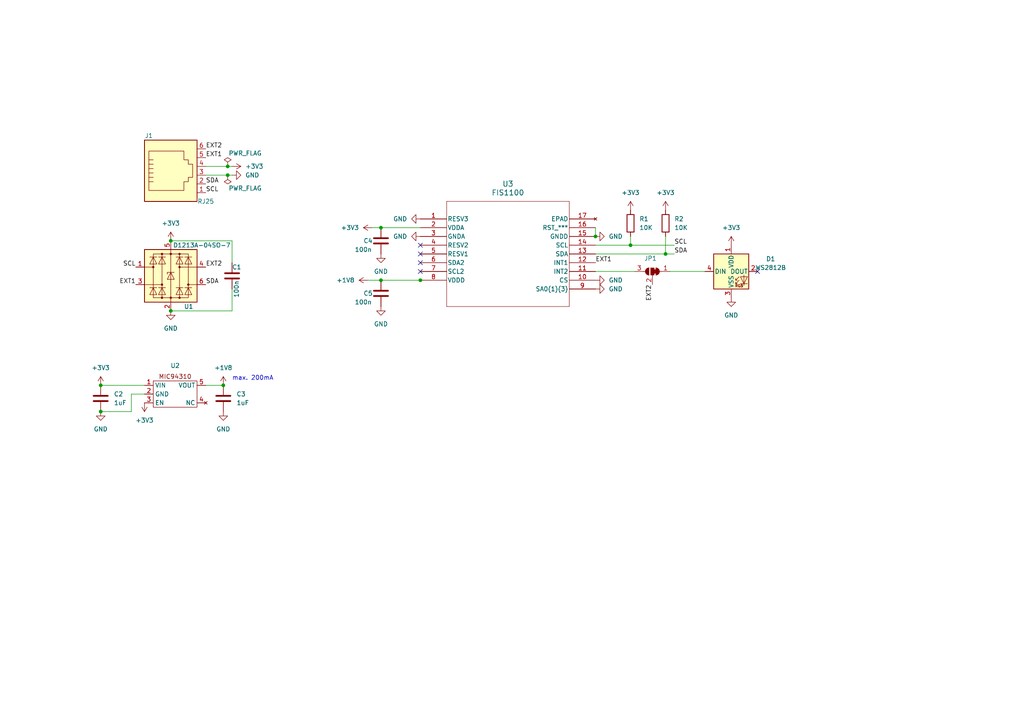
<source format=kicad_sch>
(kicad_sch (version 20230121) (generator eeschema)

  (uuid 12088fe3-b8bc-4212-9bb4-ed098bb8c774)

  (paper "A4")

  (lib_symbols
    (symbol "2024-01-07_16-58-45:FIS1100" (pin_names (offset 0.254)) (in_bom yes) (on_board yes)
      (property "Reference" "U" (at 25.4 10.16 0)
        (effects (font (size 1.524 1.524)))
      )
      (property "Value" "FIS1100" (at 25.4 7.62 0)
        (effects (font (size 1.524 1.524)))
      )
      (property "Footprint" "LGA16_FIS1100_ONS" (at 0 0 0)
        (effects (font (size 1.27 1.27) italic) hide)
      )
      (property "Datasheet" "FIS1100" (at 0 0 0)
        (effects (font (size 1.27 1.27) italic) hide)
      )
      (property "ki_locked" "" (at 0 0 0)
        (effects (font (size 1.27 1.27)))
      )
      (property "ki_keywords" "FIS1100" (at 0 0 0)
        (effects (font (size 1.27 1.27)) hide)
      )
      (property "ki_fp_filters" "LGA16_FIS1100_ONS LGA16_FIS1100_ONS-M LGA16_FIS1100_ONS-L" (at 0 0 0)
        (effects (font (size 1.27 1.27)) hide)
      )
      (symbol "FIS1100_0_1"
        (polyline
          (pts
            (xy 7.62 -25.4)
            (xy 43.18 -25.4)
          )
          (stroke (width 0.127) (type default))
          (fill (type none))
        )
        (polyline
          (pts
            (xy 7.62 5.08)
            (xy 7.62 -25.4)
          )
          (stroke (width 0.127) (type default))
          (fill (type none))
        )
        (polyline
          (pts
            (xy 43.18 -25.4)
            (xy 43.18 5.08)
          )
          (stroke (width 0.127) (type default))
          (fill (type none))
        )
        (polyline
          (pts
            (xy 43.18 5.08)
            (xy 7.62 5.08)
          )
          (stroke (width 0.127) (type default))
          (fill (type none))
        )
        (pin bidirectional line (at 0 0 0) (length 7.62)
          (name "RESV3" (effects (font (size 1.27 1.27))))
          (number "1" (effects (font (size 1.27 1.27))))
        )
        (pin unspecified line (at 50.8 -17.78 180) (length 7.62)
          (name "CS" (effects (font (size 1.27 1.27))))
          (number "10" (effects (font (size 1.27 1.27))))
        )
        (pin input line (at 50.8 -15.24 180) (length 7.62)
          (name "INT2" (effects (font (size 1.27 1.27))))
          (number "11" (effects (font (size 1.27 1.27))))
        )
        (pin input line (at 50.8 -12.7 180) (length 7.62)
          (name "INT1" (effects (font (size 1.27 1.27))))
          (number "12" (effects (font (size 1.27 1.27))))
        )
        (pin bidirectional line (at 50.8 -10.16 180) (length 7.62)
          (name "SDA" (effects (font (size 1.27 1.27))))
          (number "13" (effects (font (size 1.27 1.27))))
        )
        (pin bidirectional line (at 50.8 -7.62 180) (length 7.62)
          (name "SCL" (effects (font (size 1.27 1.27))))
          (number "14" (effects (font (size 1.27 1.27))))
        )
        (pin power_out line (at 50.8 -5.08 180) (length 7.62)
          (name "GNDD" (effects (font (size 1.27 1.27))))
          (number "15" (effects (font (size 1.27 1.27))))
        )
        (pin input line (at 50.8 -2.54 180) (length 7.62)
          (name "RST_***" (effects (font (size 1.27 1.27))))
          (number "16" (effects (font (size 1.27 1.27))))
        )
        (pin no_connect line (at 50.8 0 180) (length 7.62)
          (name "EPAD" (effects (font (size 1.27 1.27))))
          (number "17" (effects (font (size 1.27 1.27))))
        )
        (pin power_in line (at 0 -2.54 0) (length 7.62)
          (name "VDDA" (effects (font (size 1.27 1.27))))
          (number "2" (effects (font (size 1.27 1.27))))
        )
        (pin power_out line (at 0 -5.08 0) (length 7.62)
          (name "GNDA" (effects (font (size 1.27 1.27))))
          (number "3" (effects (font (size 1.27 1.27))))
        )
        (pin bidirectional line (at 0 -7.62 0) (length 7.62)
          (name "RESV2" (effects (font (size 1.27 1.27))))
          (number "4" (effects (font (size 1.27 1.27))))
        )
        (pin bidirectional line (at 0 -10.16 0) (length 7.62)
          (name "RESV1" (effects (font (size 1.27 1.27))))
          (number "5" (effects (font (size 1.27 1.27))))
        )
        (pin unspecified line (at 0 -12.7 0) (length 7.62)
          (name "SDA2" (effects (font (size 1.27 1.27))))
          (number "6" (effects (font (size 1.27 1.27))))
        )
        (pin unspecified line (at 0 -15.24 0) (length 7.62)
          (name "SCL2" (effects (font (size 1.27 1.27))))
          (number "7" (effects (font (size 1.27 1.27))))
        )
        (pin power_in line (at 0 -17.78 0) (length 7.62)
          (name "VDDD" (effects (font (size 1.27 1.27))))
          (number "8" (effects (font (size 1.27 1.27))))
        )
        (pin output line (at 50.8 -20.32 180) (length 7.62)
          (name "SA0(1)(3)" (effects (font (size 1.27 1.27))))
          (number "9" (effects (font (size 1.27 1.27))))
        )
      )
    )
    (symbol "Connector:RJ25" (pin_names (offset 1.016)) (in_bom yes) (on_board yes)
      (property "Reference" "J" (at -5.08 11.43 0)
        (effects (font (size 1.27 1.27)) (justify right))
      )
      (property "Value" "RJ25" (at 2.54 11.43 0)
        (effects (font (size 1.27 1.27)) (justify left))
      )
      (property "Footprint" "" (at 0 0.635 90)
        (effects (font (size 1.27 1.27)) hide)
      )
      (property "Datasheet" "~" (at 0 0.635 90)
        (effects (font (size 1.27 1.27)) hide)
      )
      (property "ki_keywords" "6P6C RJ socket connector" (at 0 0 0)
        (effects (font (size 1.27 1.27)) hide)
      )
      (property "ki_description" "RJ connector, 6P6C (6 positions 6 connected)" (at 0 0 0)
        (effects (font (size 1.27 1.27)) hide)
      )
      (property "ki_fp_filters" "6P6C* RJ12* RJ18* RJ25*" (at 0 0 0)
        (effects (font (size 1.27 1.27)) hide)
      )
      (symbol "RJ25_0_1"
        (polyline
          (pts
            (xy -6.35 -1.905)
            (xy -5.08 -1.905)
            (xy -5.08 -1.905)
          )
          (stroke (width 0) (type default))
          (fill (type none))
        )
        (polyline
          (pts
            (xy -6.35 -0.635)
            (xy -5.08 -0.635)
            (xy -5.08 -0.635)
          )
          (stroke (width 0) (type default))
          (fill (type none))
        )
        (polyline
          (pts
            (xy -6.35 0.635)
            (xy -5.08 0.635)
            (xy -5.08 0.635)
          )
          (stroke (width 0) (type default))
          (fill (type none))
        )
        (polyline
          (pts
            (xy -6.35 1.905)
            (xy -5.08 1.905)
            (xy -5.08 1.905)
          )
          (stroke (width 0) (type default))
          (fill (type none))
        )
        (polyline
          (pts
            (xy -6.35 3.175)
            (xy -5.08 3.175)
            (xy -5.08 3.175)
          )
          (stroke (width 0) (type default))
          (fill (type none))
        )
        (polyline
          (pts
            (xy -5.08 4.445)
            (xy -6.35 4.445)
            (xy -6.35 4.445)
          )
          (stroke (width 0) (type default))
          (fill (type none))
        )
        (polyline
          (pts
            (xy -6.35 -4.445)
            (xy -6.35 6.985)
            (xy 3.81 6.985)
            (xy 3.81 4.445)
            (xy 5.08 4.445)
            (xy 5.08 3.175)
            (xy 6.35 3.175)
            (xy 6.35 -0.635)
            (xy 5.08 -0.635)
            (xy 5.08 -1.905)
            (xy 3.81 -1.905)
            (xy 3.81 -4.445)
            (xy -6.35 -4.445)
            (xy -6.35 -4.445)
          )
          (stroke (width 0) (type default))
          (fill (type none))
        )
        (rectangle (start 7.62 10.16) (end -7.62 -7.62)
          (stroke (width 0.254) (type default))
          (fill (type background))
        )
      )
      (symbol "RJ25_1_1"
        (pin passive line (at 10.16 -5.08 180) (length 2.54)
          (name "~" (effects (font (size 1.27 1.27))))
          (number "1" (effects (font (size 1.27 1.27))))
        )
        (pin passive line (at 10.16 -2.54 180) (length 2.54)
          (name "~" (effects (font (size 1.27 1.27))))
          (number "2" (effects (font (size 1.27 1.27))))
        )
        (pin passive line (at 10.16 0 180) (length 2.54)
          (name "~" (effects (font (size 1.27 1.27))))
          (number "3" (effects (font (size 1.27 1.27))))
        )
        (pin passive line (at 10.16 2.54 180) (length 2.54)
          (name "~" (effects (font (size 1.27 1.27))))
          (number "4" (effects (font (size 1.27 1.27))))
        )
        (pin passive line (at 10.16 5.08 180) (length 2.54)
          (name "~" (effects (font (size 1.27 1.27))))
          (number "5" (effects (font (size 1.27 1.27))))
        )
        (pin passive line (at 10.16 7.62 180) (length 2.54)
          (name "~" (effects (font (size 1.27 1.27))))
          (number "6" (effects (font (size 1.27 1.27))))
        )
      )
    )
    (symbol "Device:C" (pin_numbers hide) (pin_names (offset 0.254)) (in_bom yes) (on_board yes)
      (property "Reference" "C" (at 0.635 2.54 0)
        (effects (font (size 1.27 1.27)) (justify left))
      )
      (property "Value" "C" (at 0.635 -2.54 0)
        (effects (font (size 1.27 1.27)) (justify left))
      )
      (property "Footprint" "" (at 0.9652 -3.81 0)
        (effects (font (size 1.27 1.27)) hide)
      )
      (property "Datasheet" "~" (at 0 0 0)
        (effects (font (size 1.27 1.27)) hide)
      )
      (property "ki_keywords" "cap capacitor" (at 0 0 0)
        (effects (font (size 1.27 1.27)) hide)
      )
      (property "ki_description" "Unpolarized capacitor" (at 0 0 0)
        (effects (font (size 1.27 1.27)) hide)
      )
      (property "ki_fp_filters" "C_*" (at 0 0 0)
        (effects (font (size 1.27 1.27)) hide)
      )
      (symbol "C_0_1"
        (polyline
          (pts
            (xy -2.032 -0.762)
            (xy 2.032 -0.762)
          )
          (stroke (width 0.508) (type default))
          (fill (type none))
        )
        (polyline
          (pts
            (xy -2.032 0.762)
            (xy 2.032 0.762)
          )
          (stroke (width 0.508) (type default))
          (fill (type none))
        )
      )
      (symbol "C_1_1"
        (pin passive line (at 0 3.81 270) (length 2.794)
          (name "~" (effects (font (size 1.27 1.27))))
          (number "1" (effects (font (size 1.27 1.27))))
        )
        (pin passive line (at 0 -3.81 90) (length 2.794)
          (name "~" (effects (font (size 1.27 1.27))))
          (number "2" (effects (font (size 1.27 1.27))))
        )
      )
    )
    (symbol "Device:R" (pin_numbers hide) (pin_names (offset 0)) (in_bom yes) (on_board yes)
      (property "Reference" "R" (at 2.032 0 90)
        (effects (font (size 1.27 1.27)))
      )
      (property "Value" "R" (at 0 0 90)
        (effects (font (size 1.27 1.27)))
      )
      (property "Footprint" "" (at -1.778 0 90)
        (effects (font (size 1.27 1.27)) hide)
      )
      (property "Datasheet" "~" (at 0 0 0)
        (effects (font (size 1.27 1.27)) hide)
      )
      (property "ki_keywords" "R res resistor" (at 0 0 0)
        (effects (font (size 1.27 1.27)) hide)
      )
      (property "ki_description" "Resistor" (at 0 0 0)
        (effects (font (size 1.27 1.27)) hide)
      )
      (property "ki_fp_filters" "R_*" (at 0 0 0)
        (effects (font (size 1.27 1.27)) hide)
      )
      (symbol "R_0_1"
        (rectangle (start -1.016 -2.54) (end 1.016 2.54)
          (stroke (width 0.254) (type default))
          (fill (type none))
        )
      )
      (symbol "R_1_1"
        (pin passive line (at 0 3.81 270) (length 1.27)
          (name "~" (effects (font (size 1.27 1.27))))
          (number "1" (effects (font (size 1.27 1.27))))
        )
        (pin passive line (at 0 -3.81 90) (length 1.27)
          (name "~" (effects (font (size 1.27 1.27))))
          (number "2" (effects (font (size 1.27 1.27))))
        )
      )
    )
    (symbol "Jumper:SolderJumper_3_Bridged12" (pin_names (offset 0) hide) (in_bom yes) (on_board yes)
      (property "Reference" "JP" (at -2.54 -2.54 0)
        (effects (font (size 1.27 1.27)))
      )
      (property "Value" "SolderJumper_3_Bridged12" (at 0 2.794 0)
        (effects (font (size 1.27 1.27)))
      )
      (property "Footprint" "" (at 0 0 0)
        (effects (font (size 1.27 1.27)) hide)
      )
      (property "Datasheet" "~" (at 0 0 0)
        (effects (font (size 1.27 1.27)) hide)
      )
      (property "ki_keywords" "Solder Jumper SPDT" (at 0 0 0)
        (effects (font (size 1.27 1.27)) hide)
      )
      (property "ki_description" "3-pole Solder Jumper, pins 1+2 closed/bridged" (at 0 0 0)
        (effects (font (size 1.27 1.27)) hide)
      )
      (property "ki_fp_filters" "SolderJumper*Bridged12*" (at 0 0 0)
        (effects (font (size 1.27 1.27)) hide)
      )
      (symbol "SolderJumper_3_Bridged12_0_1"
        (rectangle (start -1.016 0.508) (end -0.508 -0.508)
          (stroke (width 0) (type default))
          (fill (type outline))
        )
        (arc (start -1.016 1.016) (mid -2.0276 0) (end -1.016 -1.016)
          (stroke (width 0) (type default))
          (fill (type none))
        )
        (arc (start -1.016 1.016) (mid -2.0276 0) (end -1.016 -1.016)
          (stroke (width 0) (type default))
          (fill (type outline))
        )
        (rectangle (start -0.508 1.016) (end 0.508 -1.016)
          (stroke (width 0) (type default))
          (fill (type outline))
        )
        (polyline
          (pts
            (xy -2.54 0)
            (xy -2.032 0)
          )
          (stroke (width 0) (type default))
          (fill (type none))
        )
        (polyline
          (pts
            (xy -1.016 1.016)
            (xy -1.016 -1.016)
          )
          (stroke (width 0) (type default))
          (fill (type none))
        )
        (polyline
          (pts
            (xy 0 -1.27)
            (xy 0 -1.016)
          )
          (stroke (width 0) (type default))
          (fill (type none))
        )
        (polyline
          (pts
            (xy 1.016 1.016)
            (xy 1.016 -1.016)
          )
          (stroke (width 0) (type default))
          (fill (type none))
        )
        (polyline
          (pts
            (xy 2.54 0)
            (xy 2.032 0)
          )
          (stroke (width 0) (type default))
          (fill (type none))
        )
        (arc (start 1.016 -1.016) (mid 2.0276 0) (end 1.016 1.016)
          (stroke (width 0) (type default))
          (fill (type none))
        )
        (arc (start 1.016 -1.016) (mid 2.0276 0) (end 1.016 1.016)
          (stroke (width 0) (type default))
          (fill (type outline))
        )
      )
      (symbol "SolderJumper_3_Bridged12_1_1"
        (pin passive line (at -5.08 0 0) (length 2.54)
          (name "A" (effects (font (size 1.27 1.27))))
          (number "1" (effects (font (size 1.27 1.27))))
        )
        (pin passive line (at 0 -3.81 90) (length 2.54)
          (name "C" (effects (font (size 1.27 1.27))))
          (number "2" (effects (font (size 1.27 1.27))))
        )
        (pin passive line (at 5.08 0 180) (length 2.54)
          (name "B" (effects (font (size 1.27 1.27))))
          (number "3" (effects (font (size 1.27 1.27))))
        )
      )
    )
    (symbol "LED:WS2812B" (pin_names (offset 0.254)) (in_bom yes) (on_board yes)
      (property "Reference" "D" (at 5.08 5.715 0)
        (effects (font (size 1.27 1.27)) (justify right bottom))
      )
      (property "Value" "WS2812B" (at 1.27 -5.715 0)
        (effects (font (size 1.27 1.27)) (justify left top))
      )
      (property "Footprint" "LED_SMD:LED_WS2812B_PLCC4_5.0x5.0mm_P3.2mm" (at 1.27 -7.62 0)
        (effects (font (size 1.27 1.27)) (justify left top) hide)
      )
      (property "Datasheet" "https://cdn-shop.adafruit.com/datasheets/WS2812B.pdf" (at 2.54 -9.525 0)
        (effects (font (size 1.27 1.27)) (justify left top) hide)
      )
      (property "ki_keywords" "RGB LED NeoPixel addressable" (at 0 0 0)
        (effects (font (size 1.27 1.27)) hide)
      )
      (property "ki_description" "RGB LED with integrated controller" (at 0 0 0)
        (effects (font (size 1.27 1.27)) hide)
      )
      (property "ki_fp_filters" "LED*WS2812*PLCC*5.0x5.0mm*P3.2mm*" (at 0 0 0)
        (effects (font (size 1.27 1.27)) hide)
      )
      (symbol "WS2812B_0_0"
        (text "RGB" (at 2.286 -4.191 0)
          (effects (font (size 0.762 0.762)))
        )
      )
      (symbol "WS2812B_0_1"
        (polyline
          (pts
            (xy 1.27 -3.556)
            (xy 1.778 -3.556)
          )
          (stroke (width 0) (type default))
          (fill (type none))
        )
        (polyline
          (pts
            (xy 1.27 -2.54)
            (xy 1.778 -2.54)
          )
          (stroke (width 0) (type default))
          (fill (type none))
        )
        (polyline
          (pts
            (xy 4.699 -3.556)
            (xy 2.667 -3.556)
          )
          (stroke (width 0) (type default))
          (fill (type none))
        )
        (polyline
          (pts
            (xy 2.286 -2.54)
            (xy 1.27 -3.556)
            (xy 1.27 -3.048)
          )
          (stroke (width 0) (type default))
          (fill (type none))
        )
        (polyline
          (pts
            (xy 2.286 -1.524)
            (xy 1.27 -2.54)
            (xy 1.27 -2.032)
          )
          (stroke (width 0) (type default))
          (fill (type none))
        )
        (polyline
          (pts
            (xy 3.683 -1.016)
            (xy 3.683 -3.556)
            (xy 3.683 -4.064)
          )
          (stroke (width 0) (type default))
          (fill (type none))
        )
        (polyline
          (pts
            (xy 4.699 -1.524)
            (xy 2.667 -1.524)
            (xy 3.683 -3.556)
            (xy 4.699 -1.524)
          )
          (stroke (width 0) (type default))
          (fill (type none))
        )
        (rectangle (start 5.08 5.08) (end -5.08 -5.08)
          (stroke (width 0.254) (type default))
          (fill (type background))
        )
      )
      (symbol "WS2812B_1_1"
        (pin power_in line (at 0 7.62 270) (length 2.54)
          (name "VDD" (effects (font (size 1.27 1.27))))
          (number "1" (effects (font (size 1.27 1.27))))
        )
        (pin output line (at 7.62 0 180) (length 2.54)
          (name "DOUT" (effects (font (size 1.27 1.27))))
          (number "2" (effects (font (size 1.27 1.27))))
        )
        (pin power_in line (at 0 -7.62 90) (length 2.54)
          (name "VSS" (effects (font (size 1.27 1.27))))
          (number "3" (effects (font (size 1.27 1.27))))
        )
        (pin input line (at -7.62 0 0) (length 2.54)
          (name "DIN" (effects (font (size 1.27 1.27))))
          (number "4" (effects (font (size 1.27 1.27))))
        )
      )
    )
    (symbol "MIC94310:MIC94310-GYM5-TR" (in_bom yes) (on_board yes)
      (property "Reference" "U" (at 0 6.35 0)
        (effects (font (size 1.27 1.27)))
      )
      (property "Value" "" (at 1.27 0 0)
        (effects (font (size 1.27 1.27)))
      )
      (property "Footprint" "" (at 1.27 0 0)
        (effects (font (size 1.27 1.27)) hide)
      )
      (property "Datasheet" "" (at 1.27 0 0)
        (effects (font (size 1.27 1.27)) hide)
      )
      (symbol "MIC94310-GYM5-TR_0_1"
        (rectangle (start -6.35 2.54) (end 6.35 -5.08)
          (stroke (width 0) (type default))
          (fill (type none))
        )
      )
      (symbol "MIC94310-GYM5-TR_1_1"
        (text "MIC94310" (at 0 3.81 0)
          (effects (font (size 1.27 1.27)))
        )
        (pin power_in line (at -8.89 1.27 0) (length 2.54)
          (name "VIN" (effects (font (size 1.27 1.27))))
          (number "1" (effects (font (size 1.27 1.27))))
        )
        (pin power_in line (at -8.89 -1.27 0) (length 2.54)
          (name "GND" (effects (font (size 1.27 1.27))))
          (number "2" (effects (font (size 1.27 1.27))))
        )
        (pin input line (at -8.89 -3.81 0) (length 2.54)
          (name "EN" (effects (font (size 1.27 1.27))))
          (number "3" (effects (font (size 1.27 1.27))))
        )
        (pin no_connect line (at 8.89 -3.81 180) (length 2.54)
          (name "NC" (effects (font (size 1.27 1.27))))
          (number "4" (effects (font (size 1.27 1.27))))
        )
        (pin output line (at 8.89 1.27 180) (length 2.54)
          (name "VOUT" (effects (font (size 1.27 1.27))))
          (number "5" (effects (font (size 1.27 1.27))))
        )
      )
    )
    (symbol "Power_Protection:WE-TVS-824015043" (pin_names hide) (in_bom yes) (on_board yes)
      (property "Reference" "U" (at 0 12.7 0)
        (effects (font (size 1.27 1.27)))
      )
      (property "Value" "WE-TVS-824015043" (at 0 10.16 0)
        (effects (font (size 1.27 1.27)))
      )
      (property "Footprint" "Package_TO_SOT_SMD:SOT-23-6" (at 1.27 -8.89 0)
        (effects (font (size 1.27 1.27)) hide)
      )
      (property "Datasheet" "https://www.we-online.com/components/products/datasheet/824015043.pdf" (at 1.27 -10.16 0)
        (effects (font (size 1.27 1.27)) hide)
      )
      (property "ki_keywords" "ESD Protection TVS High-speed USB" (at 0 0 0)
        (effects (font (size 1.27 1.27)) hide)
      )
      (property "ki_description" "Low Capacitance TVS Diode Array, 2 Channels, SOT-23-6" (at 0 0 0)
        (effects (font (size 1.27 1.27)) hide)
      )
      (property "ki_fp_filters" "SOT?23*" (at 0 0 0)
        (effects (font (size 1.27 1.27)) hide)
      )
      (symbol "WE-TVS-824015043_0_1"
        (rectangle (start -7.62 -7.62) (end 7.62 7.62)
          (stroke (width 0.254) (type default))
          (fill (type background))
        )
        (circle (center -5.08 2.54) (radius 0.254)
          (stroke (width 0) (type default))
          (fill (type outline))
        )
        (circle (center -2.54 -6.35) (radius 0.254)
          (stroke (width 0) (type default))
          (fill (type outline))
        )
        (circle (center -2.54 -2.54) (radius 0.254)
          (stroke (width 0) (type default))
          (fill (type outline))
        )
        (circle (center -2.54 6.35) (radius 0.254)
          (stroke (width 0) (type default))
          (fill (type outline))
        )
        (rectangle (start -2.54 6.35) (end 2.54 -6.35)
          (stroke (width 0) (type default))
          (fill (type none))
        )
        (circle (center 0 -6.35) (radius 0.254)
          (stroke (width 0) (type default))
          (fill (type outline))
        )
        (polyline
          (pts
            (xy -5.08 2.54)
            (xy -7.62 2.54)
          )
          (stroke (width 0) (type default))
          (fill (type none))
        )
        (polyline
          (pts
            (xy -4.064 -3.429)
            (xy -6.096 -3.429)
          )
          (stroke (width 0) (type default))
          (fill (type none))
        )
        (polyline
          (pts
            (xy -4.064 5.461)
            (xy -6.096 5.461)
          )
          (stroke (width 0) (type default))
          (fill (type none))
        )
        (polyline
          (pts
            (xy -2.54 -2.54)
            (xy -7.62 -2.54)
          )
          (stroke (width 0) (type default))
          (fill (type none))
        )
        (polyline
          (pts
            (xy -1.524 -3.429)
            (xy -3.556 -3.429)
          )
          (stroke (width 0) (type default))
          (fill (type none))
        )
        (polyline
          (pts
            (xy -1.524 5.461)
            (xy -3.556 5.461)
          )
          (stroke (width 0) (type default))
          (fill (type none))
        )
        (polyline
          (pts
            (xy 0 -7.62)
            (xy 0 -6.35)
          )
          (stroke (width 0) (type default))
          (fill (type none))
        )
        (polyline
          (pts
            (xy 0 -6.35)
            (xy 0 1.27)
          )
          (stroke (width 0) (type default))
          (fill (type none))
        )
        (polyline
          (pts
            (xy 0 1.27)
            (xy 0 6.35)
          )
          (stroke (width 0) (type default))
          (fill (type none))
        )
        (polyline
          (pts
            (xy 0 6.35)
            (xy 0 7.62)
          )
          (stroke (width 0) (type default))
          (fill (type none))
        )
        (polyline
          (pts
            (xy 1.524 -3.429)
            (xy 3.556 -3.429)
          )
          (stroke (width 0) (type default))
          (fill (type none))
        )
        (polyline
          (pts
            (xy 1.524 5.461)
            (xy 3.556 5.461)
          )
          (stroke (width 0) (type default))
          (fill (type none))
        )
        (polyline
          (pts
            (xy 2.54 2.54)
            (xy 7.62 2.54)
          )
          (stroke (width 0) (type default))
          (fill (type none))
        )
        (polyline
          (pts
            (xy 4.064 -3.429)
            (xy 6.096 -3.429)
          )
          (stroke (width 0) (type default))
          (fill (type none))
        )
        (polyline
          (pts
            (xy 4.064 5.461)
            (xy 6.096 5.461)
          )
          (stroke (width 0) (type default))
          (fill (type none))
        )
        (polyline
          (pts
            (xy 5.08 -2.54)
            (xy 7.62 -2.54)
          )
          (stroke (width 0) (type default))
          (fill (type none))
        )
        (polyline
          (pts
            (xy -6.096 -5.461)
            (xy -4.064 -5.461)
            (xy -5.08 -3.429)
            (xy -6.096 -5.461)
          )
          (stroke (width 0) (type default))
          (fill (type none))
        )
        (polyline
          (pts
            (xy -6.096 3.429)
            (xy -4.064 3.429)
            (xy -5.08 5.461)
            (xy -6.096 3.429)
          )
          (stroke (width 0) (type default))
          (fill (type none))
        )
        (polyline
          (pts
            (xy -3.556 -5.461)
            (xy -1.524 -5.461)
            (xy -2.54 -3.429)
            (xy -3.556 -5.461)
          )
          (stroke (width 0) (type default))
          (fill (type none))
        )
        (polyline
          (pts
            (xy -3.556 3.429)
            (xy -1.524 3.429)
            (xy -2.54 5.461)
            (xy -3.556 3.429)
          )
          (stroke (width 0) (type default))
          (fill (type none))
        )
        (polyline
          (pts
            (xy -2.54 6.35)
            (xy -5.08 6.35)
            (xy -5.08 -6.35)
            (xy -2.54 -6.35)
          )
          (stroke (width 0) (type default))
          (fill (type none))
        )
        (polyline
          (pts
            (xy -1.016 -1.016)
            (xy 1.016 -1.016)
            (xy 0 1.016)
            (xy -1.016 -1.016)
          )
          (stroke (width 0) (type default))
          (fill (type none))
        )
        (polyline
          (pts
            (xy 1.016 1.016)
            (xy 0.762 1.016)
            (xy -1.016 1.016)
            (xy -1.016 0.508)
          )
          (stroke (width 0) (type default))
          (fill (type none))
        )
        (polyline
          (pts
            (xy 2.54 6.35)
            (xy 5.08 6.35)
            (xy 5.08 -6.35)
            (xy 2.54 -6.35)
          )
          (stroke (width 0) (type default))
          (fill (type none))
        )
        (polyline
          (pts
            (xy 3.556 -5.461)
            (xy 1.524 -5.461)
            (xy 2.54 -3.429)
            (xy 3.556 -5.461)
          )
          (stroke (width 0) (type default))
          (fill (type none))
        )
        (polyline
          (pts
            (xy 3.556 3.429)
            (xy 1.524 3.429)
            (xy 2.54 5.461)
            (xy 3.556 3.429)
          )
          (stroke (width 0) (type default))
          (fill (type none))
        )
        (polyline
          (pts
            (xy 6.096 -5.461)
            (xy 4.064 -5.461)
            (xy 5.08 -3.429)
            (xy 6.096 -5.461)
          )
          (stroke (width 0) (type default))
          (fill (type none))
        )
        (polyline
          (pts
            (xy 6.096 3.429)
            (xy 4.064 3.429)
            (xy 5.08 5.461)
            (xy 6.096 3.429)
          )
          (stroke (width 0) (type default))
          (fill (type none))
        )
        (circle (center 0 6.35) (radius 0.254)
          (stroke (width 0) (type default))
          (fill (type outline))
        )
        (circle (center 2.54 -6.35) (radius 0.254)
          (stroke (width 0) (type default))
          (fill (type outline))
        )
        (circle (center 2.54 2.54) (radius 0.254)
          (stroke (width 0) (type default))
          (fill (type outline))
        )
        (circle (center 2.54 6.35) (radius 0.254)
          (stroke (width 0) (type default))
          (fill (type outline))
        )
        (circle (center 5.08 -2.54) (radius 0.254)
          (stroke (width 0) (type default))
          (fill (type outline))
        )
      )
      (symbol "WE-TVS-824015043_1_1"
        (pin passive line (at -10.16 2.54 0) (length 2.54)
          (name "I/O1" (effects (font (size 1.27 1.27))))
          (number "1" (effects (font (size 1.27 1.27))))
        )
        (pin passive line (at 0 -10.16 90) (length 2.54)
          (name "GND" (effects (font (size 1.27 1.27))))
          (number "2" (effects (font (size 1.27 1.27))))
        )
        (pin passive line (at -10.16 -2.54 0) (length 2.54)
          (name "I/O2" (effects (font (size 1.27 1.27))))
          (number "3" (effects (font (size 1.27 1.27))))
        )
        (pin passive line (at 10.16 2.54 180) (length 2.54)
          (name "I/O3" (effects (font (size 1.27 1.27))))
          (number "4" (effects (font (size 1.27 1.27))))
        )
        (pin passive line (at 0 10.16 270) (length 2.54)
          (name "VBUS" (effects (font (size 1.27 1.27))))
          (number "5" (effects (font (size 1.27 1.27))))
        )
        (pin passive line (at 10.16 -2.54 180) (length 2.54)
          (name "I/O4" (effects (font (size 1.27 1.27))))
          (number "6" (effects (font (size 1.27 1.27))))
        )
      )
    )
    (symbol "power:+1V8" (power) (pin_names (offset 0)) (in_bom yes) (on_board yes)
      (property "Reference" "#PWR" (at 0 -3.81 0)
        (effects (font (size 1.27 1.27)) hide)
      )
      (property "Value" "+1V8" (at 0 3.556 0)
        (effects (font (size 1.27 1.27)))
      )
      (property "Footprint" "" (at 0 0 0)
        (effects (font (size 1.27 1.27)) hide)
      )
      (property "Datasheet" "" (at 0 0 0)
        (effects (font (size 1.27 1.27)) hide)
      )
      (property "ki_keywords" "global power" (at 0 0 0)
        (effects (font (size 1.27 1.27)) hide)
      )
      (property "ki_description" "Power symbol creates a global label with name \"+1V8\"" (at 0 0 0)
        (effects (font (size 1.27 1.27)) hide)
      )
      (symbol "+1V8_0_1"
        (polyline
          (pts
            (xy -0.762 1.27)
            (xy 0 2.54)
          )
          (stroke (width 0) (type default))
          (fill (type none))
        )
        (polyline
          (pts
            (xy 0 0)
            (xy 0 2.54)
          )
          (stroke (width 0) (type default))
          (fill (type none))
        )
        (polyline
          (pts
            (xy 0 2.54)
            (xy 0.762 1.27)
          )
          (stroke (width 0) (type default))
          (fill (type none))
        )
      )
      (symbol "+1V8_1_1"
        (pin power_in line (at 0 0 90) (length 0) hide
          (name "+1V8" (effects (font (size 1.27 1.27))))
          (number "1" (effects (font (size 1.27 1.27))))
        )
      )
    )
    (symbol "power:+3V3" (power) (pin_names (offset 0)) (in_bom yes) (on_board yes)
      (property "Reference" "#PWR" (at 0 -3.81 0)
        (effects (font (size 1.27 1.27)) hide)
      )
      (property "Value" "+3V3" (at 0 3.556 0)
        (effects (font (size 1.27 1.27)))
      )
      (property "Footprint" "" (at 0 0 0)
        (effects (font (size 1.27 1.27)) hide)
      )
      (property "Datasheet" "" (at 0 0 0)
        (effects (font (size 1.27 1.27)) hide)
      )
      (property "ki_keywords" "global power" (at 0 0 0)
        (effects (font (size 1.27 1.27)) hide)
      )
      (property "ki_description" "Power symbol creates a global label with name \"+3V3\"" (at 0 0 0)
        (effects (font (size 1.27 1.27)) hide)
      )
      (symbol "+3V3_0_1"
        (polyline
          (pts
            (xy -0.762 1.27)
            (xy 0 2.54)
          )
          (stroke (width 0) (type default))
          (fill (type none))
        )
        (polyline
          (pts
            (xy 0 0)
            (xy 0 2.54)
          )
          (stroke (width 0) (type default))
          (fill (type none))
        )
        (polyline
          (pts
            (xy 0 2.54)
            (xy 0.762 1.27)
          )
          (stroke (width 0) (type default))
          (fill (type none))
        )
      )
      (symbol "+3V3_1_1"
        (pin power_in line (at 0 0 90) (length 0) hide
          (name "+3V3" (effects (font (size 1.27 1.27))))
          (number "1" (effects (font (size 1.27 1.27))))
        )
      )
    )
    (symbol "power:GND" (power) (pin_names (offset 0)) (in_bom yes) (on_board yes)
      (property "Reference" "#PWR" (at 0 -6.35 0)
        (effects (font (size 1.27 1.27)) hide)
      )
      (property "Value" "GND" (at 0 -3.81 0)
        (effects (font (size 1.27 1.27)))
      )
      (property "Footprint" "" (at 0 0 0)
        (effects (font (size 1.27 1.27)) hide)
      )
      (property "Datasheet" "" (at 0 0 0)
        (effects (font (size 1.27 1.27)) hide)
      )
      (property "ki_keywords" "global power" (at 0 0 0)
        (effects (font (size 1.27 1.27)) hide)
      )
      (property "ki_description" "Power symbol creates a global label with name \"GND\" , ground" (at 0 0 0)
        (effects (font (size 1.27 1.27)) hide)
      )
      (symbol "GND_0_1"
        (polyline
          (pts
            (xy 0 0)
            (xy 0 -1.27)
            (xy 1.27 -1.27)
            (xy 0 -2.54)
            (xy -1.27 -1.27)
            (xy 0 -1.27)
          )
          (stroke (width 0) (type default))
          (fill (type none))
        )
      )
      (symbol "GND_1_1"
        (pin power_in line (at 0 0 270) (length 0) hide
          (name "GND" (effects (font (size 1.27 1.27))))
          (number "1" (effects (font (size 1.27 1.27))))
        )
      )
    )
    (symbol "power:PWR_FLAG" (power) (pin_numbers hide) (pin_names (offset 0) hide) (in_bom yes) (on_board yes)
      (property "Reference" "#FLG" (at 0 1.905 0)
        (effects (font (size 1.27 1.27)) hide)
      )
      (property "Value" "PWR_FLAG" (at 0 3.81 0)
        (effects (font (size 1.27 1.27)))
      )
      (property "Footprint" "" (at 0 0 0)
        (effects (font (size 1.27 1.27)) hide)
      )
      (property "Datasheet" "~" (at 0 0 0)
        (effects (font (size 1.27 1.27)) hide)
      )
      (property "ki_keywords" "flag power" (at 0 0 0)
        (effects (font (size 1.27 1.27)) hide)
      )
      (property "ki_description" "Special symbol for telling ERC where power comes from" (at 0 0 0)
        (effects (font (size 1.27 1.27)) hide)
      )
      (symbol "PWR_FLAG_0_0"
        (pin power_out line (at 0 0 90) (length 0)
          (name "pwr" (effects (font (size 1.27 1.27))))
          (number "1" (effects (font (size 1.27 1.27))))
        )
      )
      (symbol "PWR_FLAG_0_1"
        (polyline
          (pts
            (xy 0 0)
            (xy 0 1.27)
            (xy -1.016 1.905)
            (xy 0 2.54)
            (xy 1.016 1.905)
            (xy 0 1.27)
          )
          (stroke (width 0) (type default))
          (fill (type none))
        )
      )
    )
  )

  (junction (at 49.53 69.85) (diameter 0) (color 0 0 0 0)
    (uuid 04adcad6-272e-432c-bab4-3b44047e3d2e)
  )
  (junction (at 29.21 119.38) (diameter 0) (color 0 0 0 0)
    (uuid 1f9d7688-22c0-41d6-ab01-c0d22a068ae1)
  )
  (junction (at 110.49 81.28) (diameter 0) (color 0 0 0 0)
    (uuid 2c7cedd2-7415-4ea7-beb7-aa6072dd98fc)
  )
  (junction (at 66.04 48.26) (diameter 0) (color 0 0 0 0)
    (uuid 365ce561-7767-4ba3-8a09-5be0928e64b8)
  )
  (junction (at 29.21 111.76) (diameter 0) (color 0 0 0 0)
    (uuid a91fb7c9-5a57-4958-8bbb-ca7566f78ba1)
  )
  (junction (at 193.04 73.66) (diameter 0) (color 0 0 0 0)
    (uuid a9b32fbc-69d5-4e7b-b8e6-b8d9c5b62be1)
  )
  (junction (at 182.88 71.12) (diameter 0) (color 0 0 0 0)
    (uuid abc601fc-b9fc-4998-be66-e9d9b8dee74a)
  )
  (junction (at 172.72 68.58) (diameter 0) (color 0 0 0 0)
    (uuid be8e1caf-625d-49c9-8799-2f0079ac7fba)
  )
  (junction (at 110.49 66.04) (diameter 0) (color 0 0 0 0)
    (uuid c3528505-c5be-4c4f-bfe5-026e0ba1e562)
  )
  (junction (at 121.92 81.28) (diameter 0) (color 0 0 0 0)
    (uuid c7cf186d-a04c-447a-8bb9-233b8cc9bf3d)
  )
  (junction (at 66.04 50.8) (diameter 0) (color 0 0 0 0)
    (uuid cac15a9f-b552-4485-8254-4a7dfa1e1734)
  )
  (junction (at 64.77 111.76) (diameter 0) (color 0 0 0 0)
    (uuid d81824e5-2751-402a-b90f-be3eae5eebe5)
  )
  (junction (at 49.53 90.17) (diameter 0) (color 0 0 0 0)
    (uuid edd2bad7-5a38-4987-89fc-196b1c31f6da)
  )

  (no_connect (at 121.92 76.2) (uuid 05368e63-f049-49e7-8d89-8f0f01afae2f))
  (no_connect (at 121.92 73.66) (uuid 05a1784b-e33f-4c21-ae4c-b83af6e238cb))
  (no_connect (at 219.71 78.74) (uuid 409b3b0f-27fd-4ade-b2f4-64c4dc3ea455))
  (no_connect (at 121.92 78.74) (uuid 6631f75f-2a0f-4844-937c-60ad4a5f6d24))
  (no_connect (at 121.92 71.12) (uuid ebc5f8d6-1303-4921-aaf2-f621aac3fa98))

  (wire (pts (xy 172.72 71.12) (xy 182.88 71.12))
    (stroke (width 0) (type default))
    (uuid 0c4fddd2-6481-4bf3-a55f-ff09977fb1dd)
  )
  (wire (pts (xy 38.1 119.38) (xy 29.21 119.38))
    (stroke (width 0) (type default))
    (uuid 235323e7-7754-4d27-a3b2-0483b9306334)
  )
  (wire (pts (xy 193.04 68.58) (xy 193.04 73.66))
    (stroke (width 0) (type default))
    (uuid 3688dcb3-9158-4cbf-bff7-7f99346a0d97)
  )
  (wire (pts (xy 66.04 48.26) (xy 59.69 48.26))
    (stroke (width 0) (type default))
    (uuid 37f73037-e895-423e-98f3-001e65c54b23)
  )
  (wire (pts (xy 67.31 48.26) (xy 66.04 48.26))
    (stroke (width 0) (type default))
    (uuid 3c964edc-4619-4ea6-ac81-e5795618fcf2)
  )
  (wire (pts (xy 67.31 69.85) (xy 49.53 69.85))
    (stroke (width 0) (type default))
    (uuid 3e6f186a-ab20-4d17-a4a7-b2ece49397e8)
  )
  (wire (pts (xy 182.88 71.12) (xy 195.58 71.12))
    (stroke (width 0) (type default))
    (uuid 3fa0622e-d3fc-485c-8b2e-d7f00ffbd1b1)
  )
  (wire (pts (xy 29.21 111.76) (xy 41.91 111.76))
    (stroke (width 0) (type default))
    (uuid 4858d8c5-3ea4-49c0-a625-2c6ce2cbd35d)
  )
  (wire (pts (xy 67.31 83.82) (xy 67.31 90.17))
    (stroke (width 0) (type default))
    (uuid 5a6a673b-38ea-4802-8a6f-fc8fa07e4ec4)
  )
  (wire (pts (xy 38.1 114.3) (xy 38.1 119.38))
    (stroke (width 0) (type default))
    (uuid 67b64282-ab4c-4219-bf00-a24082cf0b91)
  )
  (wire (pts (xy 194.31 78.74) (xy 204.47 78.74))
    (stroke (width 0) (type default))
    (uuid 768c8320-1fd9-46c6-ab41-09c6a7ad7d95)
  )
  (wire (pts (xy 172.72 78.74) (xy 184.15 78.74))
    (stroke (width 0) (type default))
    (uuid 87fb9551-fb80-4a29-85bf-dc816407768b)
  )
  (wire (pts (xy 41.91 114.3) (xy 38.1 114.3))
    (stroke (width 0) (type default))
    (uuid 89938898-cd06-4181-97eb-5bda347449ac)
  )
  (wire (pts (xy 107.95 66.04) (xy 110.49 66.04))
    (stroke (width 0) (type default))
    (uuid 8a80fa81-19a9-4f4f-abca-56948573f277)
  )
  (wire (pts (xy 193.04 73.66) (xy 195.58 73.66))
    (stroke (width 0) (type default))
    (uuid a168fd87-e173-4cbc-8bda-63e56c87756b)
  )
  (wire (pts (xy 110.49 66.04) (xy 121.92 66.04))
    (stroke (width 0) (type default))
    (uuid ab97b99a-6922-4ff6-964e-edb4ecb6474e)
  )
  (wire (pts (xy 123.19 81.28) (xy 121.92 81.28))
    (stroke (width 0) (type default))
    (uuid ae5492eb-289e-4fb0-bdff-a0f448ca2761)
  )
  (wire (pts (xy 67.31 90.17) (xy 49.53 90.17))
    (stroke (width 0) (type default))
    (uuid b46dcf34-d7e1-4ec6-9b0f-b482f128a004)
  )
  (wire (pts (xy 172.72 73.66) (xy 193.04 73.66))
    (stroke (width 0) (type default))
    (uuid bbec216b-191a-40e2-af60-811da751ca75)
  )
  (wire (pts (xy 66.04 50.8) (xy 67.31 50.8))
    (stroke (width 0) (type default))
    (uuid c25b0540-e9de-4238-bc2c-408bbaf54b09)
  )
  (wire (pts (xy 106.68 81.28) (xy 110.49 81.28))
    (stroke (width 0) (type default))
    (uuid c5f3de24-dd96-4a82-967b-c7deba12d292)
  )
  (wire (pts (xy 59.69 50.8) (xy 66.04 50.8))
    (stroke (width 0) (type default))
    (uuid d2eacc56-dc4d-471d-8a92-6fae50941000)
  )
  (wire (pts (xy 59.69 111.76) (xy 64.77 111.76))
    (stroke (width 0) (type default))
    (uuid e3dcef1d-2837-4cbd-9e42-a5563b6503d2)
  )
  (wire (pts (xy 110.49 81.28) (xy 121.92 81.28))
    (stroke (width 0) (type default))
    (uuid e5b9cd0b-f7b4-4fe0-b217-4e71ae1c40ac)
  )
  (wire (pts (xy 172.72 66.04) (xy 172.72 68.58))
    (stroke (width 0) (type default))
    (uuid f12356c4-187c-4d8f-a2ce-888965cc1b47)
  )
  (wire (pts (xy 182.88 68.58) (xy 182.88 71.12))
    (stroke (width 0) (type default))
    (uuid fc69fc2e-5a02-4370-aaa9-bb0b91168408)
  )
  (wire (pts (xy 67.31 76.2) (xy 67.31 69.85))
    (stroke (width 0) (type default))
    (uuid fd8a95ea-dcac-41a3-b8bc-abbfd83929e6)
  )

  (text "max. 200mA" (at 67.31 110.49 0)
    (effects (font (size 1.27 1.27)) (justify left bottom))
    (uuid 4dbb90a3-f0c8-418e-bf1d-273f5f646a85)
  )

  (label "EXT2" (at 189.23 82.55 270) (fields_autoplaced)
    (effects (font (size 1.27 1.27)) (justify right bottom))
    (uuid 6a20d721-af47-49a2-90ad-f1323635adb8)
  )
  (label "SCL" (at 59.69 55.88 0) (fields_autoplaced)
    (effects (font (size 1.27 1.27)) (justify left bottom))
    (uuid 6af1ad11-6479-4d9b-9989-d4058b7b703d)
  )
  (label "EXT1" (at 39.37 82.55 180) (fields_autoplaced)
    (effects (font (size 1.27 1.27)) (justify right bottom))
    (uuid 7f48942f-f204-407b-b763-fd5f911f67e5)
  )
  (label "SDA" (at 59.69 53.34 0) (fields_autoplaced)
    (effects (font (size 1.27 1.27)) (justify left bottom))
    (uuid 7ff23e02-cc71-4e64-9fea-adf5cf04b8aa)
  )
  (label "SCL" (at 39.37 77.47 180) (fields_autoplaced)
    (effects (font (size 1.27 1.27)) (justify right bottom))
    (uuid 80f08597-df76-47a8-9c2c-880cb7c0a156)
  )
  (label "EXT2" (at 59.69 43.18 0) (fields_autoplaced)
    (effects (font (size 1.27 1.27)) (justify left bottom))
    (uuid 8dbd0522-eca4-4267-b5df-57033c2915ab)
  )
  (label "SCL" (at 195.58 71.12 0) (fields_autoplaced)
    (effects (font (size 1.27 1.27)) (justify left bottom))
    (uuid 9d4d3498-b935-4fab-9c51-3a98509a5ad4)
  )
  (label "EXT1" (at 172.72 76.2 0) (fields_autoplaced)
    (effects (font (size 1.27 1.27)) (justify left bottom))
    (uuid a7ad7662-519b-4257-94fc-bd429764f347)
  )
  (label "EXT2" (at 59.69 77.47 0) (fields_autoplaced)
    (effects (font (size 1.27 1.27)) (justify left bottom))
    (uuid c38f13a9-75ab-44b5-a684-f6ba054be9f1)
  )
  (label "SDA" (at 195.58 73.66 0) (fields_autoplaced)
    (effects (font (size 1.27 1.27)) (justify left bottom))
    (uuid c8df6faf-f670-4954-b6bc-efc8e2520a23)
  )
  (label "EXT1" (at 59.69 45.72 0) (fields_autoplaced)
    (effects (font (size 1.27 1.27)) (justify left bottom))
    (uuid e037af14-308c-48c8-b895-9997faee2210)
  )
  (label "SDA" (at 59.69 82.55 0) (fields_autoplaced)
    (effects (font (size 1.27 1.27)) (justify left bottom))
    (uuid e4c70eeb-00ba-4b66-98ee-04e1df86cd4a)
  )

  (symbol (lib_id "power:GND") (at 121.92 68.58 270) (unit 1)
    (in_bom yes) (on_board yes) (dnp no) (fields_autoplaced)
    (uuid 052d3213-3592-43eb-82da-96c5b450dc92)
    (property "Reference" "#PWR017" (at 115.57 68.58 0)
      (effects (font (size 1.27 1.27)) hide)
    )
    (property "Value" "GND" (at 118.11 68.58 90)
      (effects (font (size 1.27 1.27)) (justify right))
    )
    (property "Footprint" "" (at 121.92 68.58 0)
      (effects (font (size 1.27 1.27)) hide)
    )
    (property "Datasheet" "" (at 121.92 68.58 0)
      (effects (font (size 1.27 1.27)) hide)
    )
    (pin "1" (uuid b626f017-dfcf-4d1b-9964-ded6d5b7a15a))
    (instances
      (project "FABI IMU Addon"
        (path "/12088fe3-b8bc-4212-9bb4-ed098bb8c774"
          (reference "#PWR017") (unit 1)
        )
      )
    )
  )

  (symbol (lib_id "power:PWR_FLAG") (at 66.04 50.8 180) (unit 1)
    (in_bom yes) (on_board yes) (dnp no)
    (uuid 0f19492f-20dc-4cd8-8fa8-4ddfecbcfaa2)
    (property "Reference" "#FLG02" (at 66.04 52.705 0)
      (effects (font (size 1.27 1.27)) hide)
    )
    (property "Value" "PWR_FLAG" (at 71.12 54.61 0)
      (effects (font (size 1.27 1.27)))
    )
    (property "Footprint" "" (at 66.04 50.8 0)
      (effects (font (size 1.27 1.27)) hide)
    )
    (property "Datasheet" "~" (at 66.04 50.8 0)
      (effects (font (size 1.27 1.27)) hide)
    )
    (pin "1" (uuid dd95c5b8-c048-452c-ab1c-d9fc7b65c152))
    (instances
      (project "FABI IMU Addon"
        (path "/12088fe3-b8bc-4212-9bb4-ed098bb8c774"
          (reference "#FLG02") (unit 1)
        )
      )
      (project "FABI3 - IMU Addon"
        (path "/5366ba57-4f93-4c60-9895-4205cbb289d0"
          (reference "#FLG02") (unit 1)
        )
      )
    )
  )

  (symbol (lib_id "power:+3V3") (at 41.91 116.84 180) (unit 1)
    (in_bom yes) (on_board yes) (dnp no) (fields_autoplaced)
    (uuid 144d15b1-9bf5-400c-84bb-dd160610270b)
    (property "Reference" "#PWR013" (at 41.91 113.03 0)
      (effects (font (size 1.27 1.27)) hide)
    )
    (property "Value" "+3V3" (at 41.91 121.92 0)
      (effects (font (size 1.27 1.27)))
    )
    (property "Footprint" "" (at 41.91 116.84 0)
      (effects (font (size 1.27 1.27)) hide)
    )
    (property "Datasheet" "" (at 41.91 116.84 0)
      (effects (font (size 1.27 1.27)) hide)
    )
    (pin "1" (uuid bc067f19-6506-4880-a9d1-4e13eebd4024))
    (instances
      (project "FABI IMU Addon"
        (path "/12088fe3-b8bc-4212-9bb4-ed098bb8c774"
          (reference "#PWR013") (unit 1)
        )
      )
      (project "FABI3 - IMU Addon"
        (path "/5366ba57-4f93-4c60-9895-4205cbb289d0"
          (reference "#PWR017") (unit 1)
        )
      )
    )
  )

  (symbol (lib_id "Device:R") (at 182.88 64.77 0) (unit 1)
    (in_bom yes) (on_board yes) (dnp no) (fields_autoplaced)
    (uuid 197deaa3-df37-47b9-8859-9227b4d8feee)
    (property "Reference" "R1" (at 185.42 63.5 0)
      (effects (font (size 1.27 1.27)) (justify left))
    )
    (property "Value" "10K" (at 185.42 66.04 0)
      (effects (font (size 1.27 1.27)) (justify left))
    )
    (property "Footprint" "Resistor_SMD:R_0603_1608Metric_Pad0.98x0.95mm_HandSolder" (at 181.102 64.77 90)
      (effects (font (size 1.27 1.27)) hide)
    )
    (property "Datasheet" "~" (at 182.88 64.77 0)
      (effects (font (size 1.27 1.27)) hide)
    )
    (property "Digikey" "2019-RN73R1JTTD1002F100CT-ND " (at 182.88 64.77 0)
      (effects (font (size 1.27 1.27)) hide)
    )
    (pin "1" (uuid 0efe422c-4ec4-4fb9-8fe9-ea79a1a9ee25))
    (pin "2" (uuid c067b736-0b76-448e-b859-da5805837c5f))
    (instances
      (project "FABI IMU Addon"
        (path "/12088fe3-b8bc-4212-9bb4-ed098bb8c774"
          (reference "R1") (unit 1)
        )
      )
    )
  )

  (symbol (lib_id "Device:C") (at 110.49 69.85 0) (unit 1)
    (in_bom yes) (on_board yes) (dnp no)
    (uuid 1e0d465a-f9fd-4984-80e6-7558eb363773)
    (property "Reference" "C4" (at 105.41 69.85 0)
      (effects (font (size 1.27 1.27)) (justify left))
    )
    (property "Value" "100n" (at 102.87 72.39 0)
      (effects (font (size 1.27 1.27)) (justify left))
    )
    (property "Footprint" "Capacitor_SMD:C_0603_1608Metric_Pad1.08x0.95mm_HandSolder" (at 111.4552 73.66 0)
      (effects (font (size 1.27 1.27)) hide)
    )
    (property "Datasheet" "~" (at 110.49 69.85 0)
      (effects (font (size 1.27 1.27)) hide)
    )
    (property "Digikey" "1276-CL10B104KB8NNNLCT-ND" (at 110.49 69.85 0)
      (effects (font (size 1.27 1.27)) hide)
    )
    (property "Farnell" "3013409" (at 110.49 69.85 0)
      (effects (font (size 1.27 1.27)) hide)
    )
    (property "Mouser" "581-06035C104K4" (at 110.49 69.85 0)
      (effects (font (size 1.27 1.27)) hide)
    )
    (property "RS Components" "200-6519" (at 110.49 69.85 0)
      (effects (font (size 1.27 1.27)) hide)
    )
    (pin "1" (uuid 4facf04a-46f9-444d-9342-12bfedff88ca))
    (pin "2" (uuid adb4d09c-c83c-47a5-b3f9-8626cc25d49b))
    (instances
      (project "FABI IMU Addon"
        (path "/12088fe3-b8bc-4212-9bb4-ed098bb8c774"
          (reference "C4") (unit 1)
        )
      )
      (project "FM3_mainboard"
        (path "/37f31dec-63fc-4634-a141-5dc5d2b60fe4"
          (reference "C2") (unit 1)
        )
      )
      (project "FABI3 - IMU Addon"
        (path "/5366ba57-4f93-4c60-9895-4205cbb289d0"
          (reference "C4") (unit 1)
        )
      )
      (project "FABI_schematic"
        (path "/8404dabe-a0ce-44ce-a3c9-f9e9e54d2b02"
          (reference "C3") (unit 1)
        )
      )
    )
  )

  (symbol (lib_id "2024-01-07_16-58-45:FIS1100") (at 121.92 63.5 0) (unit 1)
    (in_bom yes) (on_board yes) (dnp no) (fields_autoplaced)
    (uuid 24b439c1-c3b2-48d1-951a-259a22e151d9)
    (property "Reference" "U3" (at 147.32 53.34 0)
      (effects (font (size 1.524 1.524)))
    )
    (property "Value" "FIS1100" (at 147.32 55.88 0)
      (effects (font (size 1.524 1.524)))
    )
    (property "Footprint" "FIS1100:LGA16_FIS1100_ONS" (at 121.92 63.5 0)
      (effects (font (size 1.27 1.27) italic) hide)
    )
    (property "Datasheet" "FIS1100" (at 121.92 63.5 0)
      (effects (font (size 1.27 1.27) italic) hide)
    )
    (property "Digikey" "2156-FIS1100-ND" (at 121.92 63.5 0)
      (effects (font (size 1.27 1.27)) hide)
    )
    (pin "1" (uuid db193c04-c97a-4d8b-9383-32df5b71c323))
    (pin "10" (uuid d2b2eaeb-88a2-44e7-a4d9-9220b6331f45))
    (pin "11" (uuid 653caa8a-654c-4988-acd7-d374937dd06c))
    (pin "12" (uuid ed03d320-e51d-4231-8e36-3b337f6db908))
    (pin "13" (uuid 27d8d585-4190-4b13-b1f8-48c946884dba))
    (pin "14" (uuid d634c994-430d-41eb-ad35-3e8051f49abe))
    (pin "15" (uuid 54776862-ee4b-4b98-b36d-02a9a92c2fd8))
    (pin "16" (uuid f7409d85-024a-4341-8194-5fbb165438a0))
    (pin "17" (uuid 80451355-ccf4-401d-bcd1-04849667f938))
    (pin "2" (uuid 31a9767d-5b5a-45c6-bfeb-2af4fdddd7f1))
    (pin "3" (uuid 380950fc-c877-45d2-9531-58c35a215a78))
    (pin "4" (uuid 8fdd97bb-b2f0-466d-be21-fe4ec1bc78e9))
    (pin "5" (uuid b6b3cad5-6b44-4e0b-88e9-ea900c27f538))
    (pin "6" (uuid 4e7f5094-d9e4-4908-a7e3-2f25dadb2ab6))
    (pin "7" (uuid cd6faa65-aeea-436d-a425-9b34c9c7080b))
    (pin "8" (uuid ee5cf34c-e61a-4114-b4e4-8090d2a32e2c))
    (pin "9" (uuid a3452ccf-f1f8-413e-8ddd-2a47dfe4a7bb))
    (instances
      (project "FABI IMU Addon"
        (path "/12088fe3-b8bc-4212-9bb4-ed098bb8c774"
          (reference "U3") (unit 1)
        )
      )
    )
  )

  (symbol (lib_id "power:+3V3") (at 107.95 66.04 90) (unit 1)
    (in_bom yes) (on_board yes) (dnp no) (fields_autoplaced)
    (uuid 27746e1c-7f3f-47e6-8f48-74f444bdc487)
    (property "Reference" "#PWR019" (at 111.76 66.04 0)
      (effects (font (size 1.27 1.27)) hide)
    )
    (property "Value" "+3V3" (at 104.14 66.04 90)
      (effects (font (size 1.27 1.27)) (justify left))
    )
    (property "Footprint" "" (at 107.95 66.04 0)
      (effects (font (size 1.27 1.27)) hide)
    )
    (property "Datasheet" "" (at 107.95 66.04 0)
      (effects (font (size 1.27 1.27)) hide)
    )
    (pin "1" (uuid 09d69f35-97ac-4f95-a530-138df9846025))
    (instances
      (project "FABI IMU Addon"
        (path "/12088fe3-b8bc-4212-9bb4-ed098bb8c774"
          (reference "#PWR019") (unit 1)
        )
      )
      (project "FABI3 - IMU Addon"
        (path "/5366ba57-4f93-4c60-9895-4205cbb289d0"
          (reference "#PWR02") (unit 1)
        )
      )
    )
  )

  (symbol (lib_id "LED:WS2812B") (at 212.09 78.74 0) (unit 1)
    (in_bom yes) (on_board yes) (dnp no) (fields_autoplaced)
    (uuid 2c8247a3-64ca-4a3a-bae6-da5ef88d3c45)
    (property "Reference" "D1" (at 223.52 75.0921 0)
      (effects (font (size 1.27 1.27)))
    )
    (property "Value" "WS2812B" (at 223.52 77.6321 0)
      (effects (font (size 1.27 1.27)))
    )
    (property "Footprint" "LED_SMD:LED_WS2812B_PLCC4_5.0x5.0mm_P3.2mm" (at 213.36 86.36 0)
      (effects (font (size 1.27 1.27)) (justify left top) hide)
    )
    (property "Datasheet" "https://cdn-shop.adafruit.com/datasheets/WS2812B.pdf" (at 214.63 88.265 0)
      (effects (font (size 1.27 1.27)) (justify left top) hide)
    )
    (pin "1" (uuid a0caf751-a81b-4c82-9e2a-049da4c2b21c))
    (pin "2" (uuid 020a4d99-ff49-4698-abd9-75da994b1985))
    (pin "3" (uuid e7028555-d329-486f-b937-2f1e28a2e995))
    (pin "4" (uuid c67db619-22f1-4ee2-b0c7-ebc4b96afa39))
    (instances
      (project "FABI IMU Addon"
        (path "/12088fe3-b8bc-4212-9bb4-ed098bb8c774"
          (reference "D1") (unit 1)
        )
      )
      (project "FABI3 - IMU Addon"
        (path "/5366ba57-4f93-4c60-9895-4205cbb289d0"
          (reference "D1") (unit 1)
        )
      )
    )
  )

  (symbol (lib_id "power:GND") (at 110.49 73.66 0) (unit 1)
    (in_bom yes) (on_board yes) (dnp no) (fields_autoplaced)
    (uuid 30118ba0-38d8-49e4-997c-d447cc368205)
    (property "Reference" "#PWR020" (at 110.49 80.01 0)
      (effects (font (size 1.27 1.27)) hide)
    )
    (property "Value" "GND" (at 110.49 78.74 0)
      (effects (font (size 1.27 1.27)))
    )
    (property "Footprint" "" (at 110.49 73.66 0)
      (effects (font (size 1.27 1.27)) hide)
    )
    (property "Datasheet" "" (at 110.49 73.66 0)
      (effects (font (size 1.27 1.27)) hide)
    )
    (pin "1" (uuid 091d3e16-7d50-41ec-b860-c83f4fc65161))
    (instances
      (project "FABI IMU Addon"
        (path "/12088fe3-b8bc-4212-9bb4-ed098bb8c774"
          (reference "#PWR020") (unit 1)
        )
      )
    )
  )

  (symbol (lib_id "power:GND") (at 172.72 83.82 90) (unit 1)
    (in_bom yes) (on_board yes) (dnp no) (fields_autoplaced)
    (uuid 33c834a5-100e-4b71-bda5-99be680cdaad)
    (property "Reference" "#PWR08" (at 179.07 83.82 0)
      (effects (font (size 1.27 1.27)) hide)
    )
    (property "Value" "GND" (at 176.53 83.82 90)
      (effects (font (size 1.27 1.27)) (justify right))
    )
    (property "Footprint" "" (at 172.72 83.82 0)
      (effects (font (size 1.27 1.27)) hide)
    )
    (property "Datasheet" "" (at 172.72 83.82 0)
      (effects (font (size 1.27 1.27)) hide)
    )
    (pin "1" (uuid f54e9cb8-449c-41b5-847c-c2d5bc5af16a))
    (instances
      (project "FABI IMU Addon"
        (path "/12088fe3-b8bc-4212-9bb4-ed098bb8c774"
          (reference "#PWR08") (unit 1)
        )
      )
    )
  )

  (symbol (lib_id "Jumper:SolderJumper_3_Bridged12") (at 189.23 78.74 0) (mirror y) (unit 1)
    (in_bom yes) (on_board yes) (dnp no)
    (uuid 33d5c8a1-c12a-4bb3-b6ec-d3010b7016c7)
    (property "Reference" "JP1" (at 190.5 74.93 0)
      (effects (font (size 1.27 1.27)) (justify left))
    )
    (property "Value" "SolderJumper_3_Bridged12" (at 195.58 74.93 0)
      (effects (font (size 1.27 1.27)) (justify left) hide)
    )
    (property "Footprint" "Jumper:SolderJumper-3_P1.3mm_Bridged12_RoundedPad1.0x1.5mm_NumberLabels" (at 189.23 78.74 0)
      (effects (font (size 1.27 1.27)) hide)
    )
    (property "Datasheet" "~" (at 189.23 78.74 0)
      (effects (font (size 1.27 1.27)) hide)
    )
    (pin "1" (uuid d9b6c36d-2cc3-4ee0-b1bd-c4d25430b65d))
    (pin "2" (uuid c155fc55-659d-40c7-8551-8836d40d9cf8))
    (pin "3" (uuid 4bf4a2a0-1d19-4b86-a7c7-0d2ba31f35b3))
    (instances
      (project "FABI IMU Addon"
        (path "/12088fe3-b8bc-4212-9bb4-ed098bb8c774"
          (reference "JP1") (unit 1)
        )
      )
      (project "FABI3 - IMU Addon"
        (path "/5366ba57-4f93-4c60-9895-4205cbb289d0"
          (reference "JP2") (unit 1)
        )
      )
    )
  )

  (symbol (lib_id "Device:C") (at 110.49 85.09 0) (unit 1)
    (in_bom yes) (on_board yes) (dnp no)
    (uuid 37a22463-b184-4fc2-af92-3ab3f1184d69)
    (property "Reference" "C5" (at 105.41 85.09 0)
      (effects (font (size 1.27 1.27)) (justify left))
    )
    (property "Value" "100n" (at 102.87 87.63 0)
      (effects (font (size 1.27 1.27)) (justify left))
    )
    (property "Footprint" "Capacitor_SMD:C_0603_1608Metric_Pad1.08x0.95mm_HandSolder" (at 111.4552 88.9 0)
      (effects (font (size 1.27 1.27)) hide)
    )
    (property "Datasheet" "~" (at 110.49 85.09 0)
      (effects (font (size 1.27 1.27)) hide)
    )
    (property "Digikey" "1276-CL10B104KB8NNNLCT-ND" (at 110.49 85.09 0)
      (effects (font (size 1.27 1.27)) hide)
    )
    (property "Farnell" "3013409" (at 110.49 85.09 0)
      (effects (font (size 1.27 1.27)) hide)
    )
    (property "Mouser" "581-06035C104K4" (at 110.49 85.09 0)
      (effects (font (size 1.27 1.27)) hide)
    )
    (property "RS Components" "200-6519" (at 110.49 85.09 0)
      (effects (font (size 1.27 1.27)) hide)
    )
    (pin "1" (uuid 07c18ebd-8a94-4018-b8c3-9377221b11a9))
    (pin "2" (uuid b93411d0-3012-4ed1-8fe5-bbd39f93562c))
    (instances
      (project "FABI IMU Addon"
        (path "/12088fe3-b8bc-4212-9bb4-ed098bb8c774"
          (reference "C5") (unit 1)
        )
      )
      (project "FM3_mainboard"
        (path "/37f31dec-63fc-4634-a141-5dc5d2b60fe4"
          (reference "C2") (unit 1)
        )
      )
      (project "FABI3 - IMU Addon"
        (path "/5366ba57-4f93-4c60-9895-4205cbb289d0"
          (reference "C4") (unit 1)
        )
      )
      (project "FABI_schematic"
        (path "/8404dabe-a0ce-44ce-a3c9-f9e9e54d2b02"
          (reference "C3") (unit 1)
        )
      )
    )
  )

  (symbol (lib_id "Device:C") (at 64.77 115.57 0) (unit 1)
    (in_bom yes) (on_board yes) (dnp no) (fields_autoplaced)
    (uuid 38530d56-0ad9-4f48-8a97-79b29a62d1fb)
    (property "Reference" "C3" (at 68.58 114.3 0)
      (effects (font (size 1.27 1.27)) (justify left))
    )
    (property "Value" "1uF" (at 68.58 116.84 0)
      (effects (font (size 1.27 1.27)) (justify left))
    )
    (property "Footprint" "Capacitor_SMD:C_0603_1608Metric_Pad1.08x0.95mm_HandSolder" (at 65.7352 119.38 0)
      (effects (font (size 1.27 1.27)) hide)
    )
    (property "Datasheet" "~" (at 64.77 115.57 0)
      (effects (font (size 1.27 1.27)) hide)
    )
    (property "DigiKey" "1276-1036-1-ND" (at 64.77 115.57 0)
      (effects (font (size 1.27 1.27)) hide)
    )
    (pin "1" (uuid 40cf7f00-19c5-45c2-9a71-417b38bf8e38))
    (pin "2" (uuid 9bf392ff-b99a-4d83-b832-058fec230d1a))
    (instances
      (project "FABI IMU Addon"
        (path "/12088fe3-b8bc-4212-9bb4-ed098bb8c774"
          (reference "C3") (unit 1)
        )
      )
    )
  )

  (symbol (lib_id "Device:C") (at 29.21 115.57 0) (unit 1)
    (in_bom yes) (on_board yes) (dnp no) (fields_autoplaced)
    (uuid 3ceb5475-7586-4ee9-8cbb-0ae6c8b23aac)
    (property "Reference" "C2" (at 33.02 114.3 0)
      (effects (font (size 1.27 1.27)) (justify left))
    )
    (property "Value" "1uF" (at 33.02 116.84 0)
      (effects (font (size 1.27 1.27)) (justify left))
    )
    (property "Footprint" "Capacitor_SMD:C_0603_1608Metric_Pad1.08x0.95mm_HandSolder" (at 30.1752 119.38 0)
      (effects (font (size 1.27 1.27)) hide)
    )
    (property "Datasheet" "~" (at 29.21 115.57 0)
      (effects (font (size 1.27 1.27)) hide)
    )
    (property "DigiKey" "1276-1036-1-ND" (at 29.21 115.57 0)
      (effects (font (size 1.27 1.27)) hide)
    )
    (pin "1" (uuid f3f8f86b-edf0-4e9a-a5eb-9bd7fbb048f1))
    (pin "2" (uuid 65cf31f4-8479-4275-a114-3bb4145f99e3))
    (instances
      (project "FABI IMU Addon"
        (path "/12088fe3-b8bc-4212-9bb4-ed098bb8c774"
          (reference "C2") (unit 1)
        )
      )
    )
  )

  (symbol (lib_id "power:+1V8") (at 106.68 81.28 90) (unit 1)
    (in_bom yes) (on_board yes) (dnp no) (fields_autoplaced)
    (uuid 45164a3c-4b2f-4a16-b3b3-b84a858ad680)
    (property "Reference" "#PWR016" (at 110.49 81.28 0)
      (effects (font (size 1.27 1.27)) hide)
    )
    (property "Value" "+1V8" (at 102.87 81.28 90)
      (effects (font (size 1.27 1.27)) (justify left))
    )
    (property "Footprint" "" (at 106.68 81.28 0)
      (effects (font (size 1.27 1.27)) hide)
    )
    (property "Datasheet" "" (at 106.68 81.28 0)
      (effects (font (size 1.27 1.27)) hide)
    )
    (pin "1" (uuid 631e2af6-38b4-4ea3-b44b-3013f6bb22ce))
    (instances
      (project "FABI IMU Addon"
        (path "/12088fe3-b8bc-4212-9bb4-ed098bb8c774"
          (reference "#PWR016") (unit 1)
        )
      )
    )
  )

  (symbol (lib_id "power:+3V3") (at 67.31 48.26 270) (unit 1)
    (in_bom yes) (on_board yes) (dnp no) (fields_autoplaced)
    (uuid 4556608a-2b89-4170-893c-519a6c57a49b)
    (property "Reference" "#PWR03" (at 63.5 48.26 0)
      (effects (font (size 1.27 1.27)) hide)
    )
    (property "Value" "+3V3" (at 71.12 48.26 90)
      (effects (font (size 1.27 1.27)) (justify left))
    )
    (property "Footprint" "" (at 67.31 48.26 0)
      (effects (font (size 1.27 1.27)) hide)
    )
    (property "Datasheet" "" (at 67.31 48.26 0)
      (effects (font (size 1.27 1.27)) hide)
    )
    (pin "1" (uuid a1c6d92a-933e-4070-96ff-f1b4e941fed2))
    (instances
      (project "FABI IMU Addon"
        (path "/12088fe3-b8bc-4212-9bb4-ed098bb8c774"
          (reference "#PWR03") (unit 1)
        )
      )
      (project "FABI3 - IMU Addon"
        (path "/5366ba57-4f93-4c60-9895-4205cbb289d0"
          (reference "#PWR02") (unit 1)
        )
      )
    )
  )

  (symbol (lib_id "power:+3V3") (at 29.21 111.76 0) (unit 1)
    (in_bom yes) (on_board yes) (dnp no) (fields_autoplaced)
    (uuid 4624c016-65d4-4ed8-bd8f-733861dd446e)
    (property "Reference" "#PWR011" (at 29.21 115.57 0)
      (effects (font (size 1.27 1.27)) hide)
    )
    (property "Value" "+3V3" (at 29.21 106.68 0)
      (effects (font (size 1.27 1.27)))
    )
    (property "Footprint" "" (at 29.21 111.76 0)
      (effects (font (size 1.27 1.27)) hide)
    )
    (property "Datasheet" "" (at 29.21 111.76 0)
      (effects (font (size 1.27 1.27)) hide)
    )
    (pin "1" (uuid 27b92f12-24d3-4bad-b4e1-f59ed88349f2))
    (instances
      (project "FABI IMU Addon"
        (path "/12088fe3-b8bc-4212-9bb4-ed098bb8c774"
          (reference "#PWR011") (unit 1)
        )
      )
      (project "FABI3 - IMU Addon"
        (path "/5366ba57-4f93-4c60-9895-4205cbb289d0"
          (reference "#PWR017") (unit 1)
        )
      )
    )
  )

  (symbol (lib_id "power:GND") (at 212.09 86.36 0) (unit 1)
    (in_bom yes) (on_board yes) (dnp no) (fields_autoplaced)
    (uuid 5017bc79-c904-4286-af00-78b01068f375)
    (property "Reference" "#PWR06" (at 212.09 92.71 0)
      (effects (font (size 1.27 1.27)) hide)
    )
    (property "Value" "GND" (at 212.09 91.44 0)
      (effects (font (size 1.27 1.27)))
    )
    (property "Footprint" "" (at 212.09 86.36 0)
      (effects (font (size 1.27 1.27)) hide)
    )
    (property "Datasheet" "" (at 212.09 86.36 0)
      (effects (font (size 1.27 1.27)) hide)
    )
    (pin "1" (uuid dfe67fc9-c072-4a83-bde0-f2cc2d6b412b))
    (instances
      (project "FABI IMU Addon"
        (path "/12088fe3-b8bc-4212-9bb4-ed098bb8c774"
          (reference "#PWR06") (unit 1)
        )
      )
      (project "FABI3 - IMU Addon"
        (path "/5366ba57-4f93-4c60-9895-4205cbb289d0"
          (reference "#PWR016") (unit 1)
        )
      )
    )
  )

  (symbol (lib_id "power:GND") (at 172.72 68.58 90) (unit 1)
    (in_bom yes) (on_board yes) (dnp no) (fields_autoplaced)
    (uuid 50d660bf-e99b-4b1b-bf75-7174a0708c90)
    (property "Reference" "#PWR09" (at 179.07 68.58 0)
      (effects (font (size 1.27 1.27)) hide)
    )
    (property "Value" "GND" (at 176.53 68.58 90)
      (effects (font (size 1.27 1.27)) (justify right))
    )
    (property "Footprint" "" (at 172.72 68.58 0)
      (effects (font (size 1.27 1.27)) hide)
    )
    (property "Datasheet" "" (at 172.72 68.58 0)
      (effects (font (size 1.27 1.27)) hide)
    )
    (pin "1" (uuid f35377af-1fa2-454a-ad50-e63ec438fd47))
    (instances
      (project "FABI IMU Addon"
        (path "/12088fe3-b8bc-4212-9bb4-ed098bb8c774"
          (reference "#PWR09") (unit 1)
        )
      )
    )
  )

  (symbol (lib_id "power:GND") (at 121.92 63.5 270) (unit 1)
    (in_bom yes) (on_board yes) (dnp no) (fields_autoplaced)
    (uuid 59bf3a1d-0abd-4639-b0e1-40056bc176f6)
    (property "Reference" "#PWR07" (at 115.57 63.5 0)
      (effects (font (size 1.27 1.27)) hide)
    )
    (property "Value" "GND" (at 118.11 63.5 90)
      (effects (font (size 1.27 1.27)) (justify right))
    )
    (property "Footprint" "" (at 121.92 63.5 0)
      (effects (font (size 1.27 1.27)) hide)
    )
    (property "Datasheet" "" (at 121.92 63.5 0)
      (effects (font (size 1.27 1.27)) hide)
    )
    (pin "1" (uuid 34c68dc0-f12e-4b6d-ab3c-5e21ec69b676))
    (instances
      (project "FABI IMU Addon"
        (path "/12088fe3-b8bc-4212-9bb4-ed098bb8c774"
          (reference "#PWR07") (unit 1)
        )
      )
    )
  )

  (symbol (lib_id "power:+3V3") (at 49.53 69.85 0) (unit 1)
    (in_bom yes) (on_board yes) (dnp no) (fields_autoplaced)
    (uuid 61860d18-ce48-47c4-9ae6-b33e0f20cf67)
    (property "Reference" "#PWR01" (at 49.53 73.66 0)
      (effects (font (size 1.27 1.27)) hide)
    )
    (property "Value" "+3V3" (at 49.53 64.77 0)
      (effects (font (size 1.27 1.27)))
    )
    (property "Footprint" "" (at 49.53 69.85 0)
      (effects (font (size 1.27 1.27)) hide)
    )
    (property "Datasheet" "" (at 49.53 69.85 0)
      (effects (font (size 1.27 1.27)) hide)
    )
    (pin "1" (uuid ab808848-a9ec-438d-a2c6-9bcbb5ba8874))
    (instances
      (project "FABI IMU Addon"
        (path "/12088fe3-b8bc-4212-9bb4-ed098bb8c774"
          (reference "#PWR01") (unit 1)
        )
      )
      (project "FABI3 - IMU Addon"
        (path "/5366ba57-4f93-4c60-9895-4205cbb289d0"
          (reference "#PWR017") (unit 1)
        )
      )
    )
  )

  (symbol (lib_id "Device:C") (at 67.31 80.01 0) (unit 1)
    (in_bom yes) (on_board yes) (dnp no)
    (uuid 6d896288-094e-431f-9fdd-75f4e6080586)
    (property "Reference" "C1" (at 67.31 77.47 0)
      (effects (font (size 1.27 1.27)) (justify left))
    )
    (property "Value" "100n" (at 68.58 86.36 90)
      (effects (font (size 1.27 1.27)) (justify left))
    )
    (property "Footprint" "Capacitor_SMD:C_0603_1608Metric_Pad1.08x0.95mm_HandSolder" (at 68.2752 83.82 0)
      (effects (font (size 1.27 1.27)) hide)
    )
    (property "Datasheet" "~" (at 67.31 80.01 0)
      (effects (font (size 1.27 1.27)) hide)
    )
    (property "Digikey" "1276-CL10B104KB8NNNLCT-ND" (at 67.31 80.01 0)
      (effects (font (size 1.27 1.27)) hide)
    )
    (property "Farnell" "3013409" (at 67.31 80.01 0)
      (effects (font (size 1.27 1.27)) hide)
    )
    (property "Mouser" "581-06035C104K4" (at 67.31 80.01 0)
      (effects (font (size 1.27 1.27)) hide)
    )
    (property "RS Components" "200-6519" (at 67.31 80.01 0)
      (effects (font (size 1.27 1.27)) hide)
    )
    (pin "1" (uuid 14a18dd3-e312-4872-b8db-cf9297d2d3da))
    (pin "2" (uuid ea586e4a-119c-4a80-9d5b-49f77d0e30f5))
    (instances
      (project "FABI IMU Addon"
        (path "/12088fe3-b8bc-4212-9bb4-ed098bb8c774"
          (reference "C1") (unit 1)
        )
      )
      (project "FM3_mainboard"
        (path "/37f31dec-63fc-4634-a141-5dc5d2b60fe4"
          (reference "C2") (unit 1)
        )
      )
      (project "FABI3 - IMU Addon"
        (path "/5366ba57-4f93-4c60-9895-4205cbb289d0"
          (reference "C4") (unit 1)
        )
      )
      (project "FABI_schematic"
        (path "/8404dabe-a0ce-44ce-a3c9-f9e9e54d2b02"
          (reference "C3") (unit 1)
        )
      )
    )
  )

  (symbol (lib_id "Power_Protection:WE-TVS-824015043") (at 49.53 80.01 0) (unit 1)
    (in_bom yes) (on_board yes) (dnp no)
    (uuid 75d2d1b6-8101-497d-a976-f37a6a6b824a)
    (property "Reference" "U1" (at 53.34 88.9 0)
      (effects (font (size 1.27 1.27)) (justify left))
    )
    (property "Value" "D1213A-04SO-7" (at 50.165 71.12 0)
      (effects (font (size 1.27 1.27)) (justify left))
    )
    (property "Footprint" "Package_SO:SC-74-6_1.5x2.9mm_P0.95mm" (at 50.8 88.9 0)
      (effects (font (size 1.27 1.27)) hide)
    )
    (property "Datasheet" "https://www.we-online.com/components/products/datasheet/824015043.pdf" (at 50.8 90.17 0)
      (effects (font (size 1.27 1.27)) hide)
    )
    (property "Digikey" "D1213A-04SO-7DICT-ND" (at 49.53 80.01 0)
      (effects (font (size 1.27 1.27)) hide)
    )
    (pin "1" (uuid c264dc80-eb23-4066-aa7c-c48a45d25319))
    (pin "2" (uuid 69ac9891-6e59-4b08-a590-aa75b6e3a5e9))
    (pin "3" (uuid 82dfdb9c-b7b0-4538-a221-9aaf62f8018d))
    (pin "4" (uuid 51847608-6cab-4e5f-b1f6-5c12b98a2b33))
    (pin "5" (uuid 0470029c-31e1-48c7-8277-4f8a889f301d))
    (pin "6" (uuid e461b5e0-bef7-4f7d-aa83-d1448eb0e637))
    (instances
      (project "FABI IMU Addon"
        (path "/12088fe3-b8bc-4212-9bb4-ed098bb8c774"
          (reference "U1") (unit 1)
        )
      )
      (project "FABI3 - IMU Addon"
        (path "/5366ba57-4f93-4c60-9895-4205cbb289d0"
          (reference "U2") (unit 1)
        )
      )
      (project "FABI_schematic"
        (path "/8404dabe-a0ce-44ce-a3c9-f9e9e54d2b02"
          (reference "U4") (unit 1)
        )
      )
    )
  )

  (symbol (lib_id "power:GND") (at 110.49 88.9 0) (unit 1)
    (in_bom yes) (on_board yes) (dnp no) (fields_autoplaced)
    (uuid 7d3c378c-da36-43bc-9c8f-1dfb23757d11)
    (property "Reference" "#PWR021" (at 110.49 95.25 0)
      (effects (font (size 1.27 1.27)) hide)
    )
    (property "Value" "GND" (at 110.49 93.98 0)
      (effects (font (size 1.27 1.27)))
    )
    (property "Footprint" "" (at 110.49 88.9 0)
      (effects (font (size 1.27 1.27)) hide)
    )
    (property "Datasheet" "" (at 110.49 88.9 0)
      (effects (font (size 1.27 1.27)) hide)
    )
    (pin "1" (uuid 79a8521e-ee9f-4d21-b2bd-2c038e54a34f))
    (instances
      (project "FABI IMU Addon"
        (path "/12088fe3-b8bc-4212-9bb4-ed098bb8c774"
          (reference "#PWR021") (unit 1)
        )
      )
    )
  )

  (symbol (lib_id "power:GND") (at 67.31 50.8 90) (unit 1)
    (in_bom yes) (on_board yes) (dnp no) (fields_autoplaced)
    (uuid 8b2d11f5-ad26-4966-befd-a3c2d3e3237f)
    (property "Reference" "#PWR04" (at 73.66 50.8 0)
      (effects (font (size 1.27 1.27)) hide)
    )
    (property "Value" "GND" (at 71.12 50.8 90)
      (effects (font (size 1.27 1.27)) (justify right))
    )
    (property "Footprint" "" (at 67.31 50.8 0)
      (effects (font (size 1.27 1.27)) hide)
    )
    (property "Datasheet" "" (at 67.31 50.8 0)
      (effects (font (size 1.27 1.27)) hide)
    )
    (pin "1" (uuid 03dbe5e3-f753-4286-88f7-f425ded0f9ea))
    (instances
      (project "FABI IMU Addon"
        (path "/12088fe3-b8bc-4212-9bb4-ed098bb8c774"
          (reference "#PWR04") (unit 1)
        )
      )
      (project "FABI3 - IMU Addon"
        (path "/5366ba57-4f93-4c60-9895-4205cbb289d0"
          (reference "#PWR01") (unit 1)
        )
      )
    )
  )

  (symbol (lib_id "power:GND") (at 64.77 119.38 0) (unit 1)
    (in_bom yes) (on_board yes) (dnp no) (fields_autoplaced)
    (uuid 8eed8f3f-4096-43c3-95ea-d74f28c328da)
    (property "Reference" "#PWR015" (at 64.77 125.73 0)
      (effects (font (size 1.27 1.27)) hide)
    )
    (property "Value" "GND" (at 64.77 124.46 0)
      (effects (font (size 1.27 1.27)))
    )
    (property "Footprint" "" (at 64.77 119.38 0)
      (effects (font (size 1.27 1.27)) hide)
    )
    (property "Datasheet" "" (at 64.77 119.38 0)
      (effects (font (size 1.27 1.27)) hide)
    )
    (pin "1" (uuid af754cff-b8ce-4d6f-9181-407468892066))
    (instances
      (project "FABI IMU Addon"
        (path "/12088fe3-b8bc-4212-9bb4-ed098bb8c774"
          (reference "#PWR015") (unit 1)
        )
      )
    )
  )

  (symbol (lib_id "power:GND") (at 172.72 81.28 90) (unit 1)
    (in_bom yes) (on_board yes) (dnp no) (fields_autoplaced)
    (uuid 9b460ba0-dca9-462e-81d4-7c11b08ebae9)
    (property "Reference" "#PWR010" (at 179.07 81.28 0)
      (effects (font (size 1.27 1.27)) hide)
    )
    (property "Value" "GND" (at 176.53 81.28 90)
      (effects (font (size 1.27 1.27)) (justify right))
    )
    (property "Footprint" "" (at 172.72 81.28 0)
      (effects (font (size 1.27 1.27)) hide)
    )
    (property "Datasheet" "" (at 172.72 81.28 0)
      (effects (font (size 1.27 1.27)) hide)
    )
    (pin "1" (uuid e49630de-2545-4d92-a39e-c2734c6e848b))
    (instances
      (project "FABI IMU Addon"
        (path "/12088fe3-b8bc-4212-9bb4-ed098bb8c774"
          (reference "#PWR010") (unit 1)
        )
      )
    )
  )

  (symbol (lib_id "power:+3V3") (at 182.88 60.96 0) (unit 1)
    (in_bom yes) (on_board yes) (dnp no) (fields_autoplaced)
    (uuid ab046808-7fee-4f65-b5cd-34295be9dfa1)
    (property "Reference" "#PWR018" (at 182.88 64.77 0)
      (effects (font (size 1.27 1.27)) hide)
    )
    (property "Value" "+3V3" (at 182.88 55.88 0)
      (effects (font (size 1.27 1.27)))
    )
    (property "Footprint" "" (at 182.88 60.96 0)
      (effects (font (size 1.27 1.27)) hide)
    )
    (property "Datasheet" "" (at 182.88 60.96 0)
      (effects (font (size 1.27 1.27)) hide)
    )
    (pin "1" (uuid 90829bc3-48e3-4778-b518-e72d8b80825d))
    (instances
      (project "FABI IMU Addon"
        (path "/12088fe3-b8bc-4212-9bb4-ed098bb8c774"
          (reference "#PWR018") (unit 1)
        )
      )
      (project "FABI3 - IMU Addon"
        (path "/5366ba57-4f93-4c60-9895-4205cbb289d0"
          (reference "#PWR02") (unit 1)
        )
      )
    )
  )

  (symbol (lib_id "power:+3V3") (at 193.04 60.96 0) (unit 1)
    (in_bom yes) (on_board yes) (dnp no) (fields_autoplaced)
    (uuid b817f5a3-de1c-41e9-9ca2-acbdd4c864e0)
    (property "Reference" "#PWR022" (at 193.04 64.77 0)
      (effects (font (size 1.27 1.27)) hide)
    )
    (property "Value" "+3V3" (at 193.04 55.88 0)
      (effects (font (size 1.27 1.27)))
    )
    (property "Footprint" "" (at 193.04 60.96 0)
      (effects (font (size 1.27 1.27)) hide)
    )
    (property "Datasheet" "" (at 193.04 60.96 0)
      (effects (font (size 1.27 1.27)) hide)
    )
    (pin "1" (uuid bcf7f88a-353e-4cb2-8b1d-1abb2609f03b))
    (instances
      (project "FABI IMU Addon"
        (path "/12088fe3-b8bc-4212-9bb4-ed098bb8c774"
          (reference "#PWR022") (unit 1)
        )
      )
      (project "FABI3 - IMU Addon"
        (path "/5366ba57-4f93-4c60-9895-4205cbb289d0"
          (reference "#PWR02") (unit 1)
        )
      )
    )
  )

  (symbol (lib_id "power:+1V8") (at 64.77 111.76 0) (unit 1)
    (in_bom yes) (on_board yes) (dnp no) (fields_autoplaced)
    (uuid b97063c9-7606-44b5-b346-e1fa6e141afb)
    (property "Reference" "#PWR014" (at 64.77 115.57 0)
      (effects (font (size 1.27 1.27)) hide)
    )
    (property "Value" "+1V8" (at 64.77 106.68 0)
      (effects (font (size 1.27 1.27)))
    )
    (property "Footprint" "" (at 64.77 111.76 0)
      (effects (font (size 1.27 1.27)) hide)
    )
    (property "Datasheet" "" (at 64.77 111.76 0)
      (effects (font (size 1.27 1.27)) hide)
    )
    (pin "1" (uuid 367fc027-adb2-43f9-9149-396586817ed8))
    (instances
      (project "FABI IMU Addon"
        (path "/12088fe3-b8bc-4212-9bb4-ed098bb8c774"
          (reference "#PWR014") (unit 1)
        )
      )
    )
  )

  (symbol (lib_id "power:+3V3") (at 212.09 71.12 0) (unit 1)
    (in_bom yes) (on_board yes) (dnp no) (fields_autoplaced)
    (uuid c031690c-4289-42cb-b377-aa1d63ac68c7)
    (property "Reference" "#PWR05" (at 212.09 74.93 0)
      (effects (font (size 1.27 1.27)) hide)
    )
    (property "Value" "+3V3" (at 212.09 66.04 0)
      (effects (font (size 1.27 1.27)))
    )
    (property "Footprint" "" (at 212.09 71.12 0)
      (effects (font (size 1.27 1.27)) hide)
    )
    (property "Datasheet" "" (at 212.09 71.12 0)
      (effects (font (size 1.27 1.27)) hide)
    )
    (pin "1" (uuid a52cad70-1065-4ba2-8807-02df51b703da))
    (instances
      (project "FABI IMU Addon"
        (path "/12088fe3-b8bc-4212-9bb4-ed098bb8c774"
          (reference "#PWR05") (unit 1)
        )
      )
      (project "FABI3 - IMU Addon"
        (path "/5366ba57-4f93-4c60-9895-4205cbb289d0"
          (reference "#PWR015") (unit 1)
        )
      )
    )
  )

  (symbol (lib_id "MIC94310:MIC94310-GYM5-TR") (at 50.8 113.03 0) (unit 1)
    (in_bom yes) (on_board yes) (dnp no) (fields_autoplaced)
    (uuid c743ec79-ecfc-4788-9909-07a0fb541ff8)
    (property "Reference" "U2" (at 50.8 106.045 0)
      (effects (font (size 1.27 1.27)))
    )
    (property "Value" "MIC94310" (at 50.8 108.585 0)
      (effects (font (size 1.27 1.27)) hide)
    )
    (property "Footprint" "Package_TO_SOT_SMD:SOT-23-5_HandSoldering" (at 52.07 113.03 0)
      (effects (font (size 1.27 1.27)) hide)
    )
    (property "Datasheet" "" (at 52.07 113.03 0)
      (effects (font (size 1.27 1.27)) hide)
    )
    (property "DigiKey" "576-4769-1-ND" (at 50.8 113.03 0)
      (effects (font (size 1.27 1.27)) hide)
    )
    (pin "1" (uuid a020ad6b-e7ca-4522-87c5-389e857cc618))
    (pin "2" (uuid 2a281a8c-1fab-45b3-8110-9b3767f1fa18))
    (pin "3" (uuid 75e3401c-5897-416f-803d-ba8ac4898c7a))
    (pin "4" (uuid 1c0b7fff-ab79-4406-8c65-a4175bb6c5fa))
    (pin "5" (uuid c4f577a5-05c6-4c5f-a6ae-6b8bec5887e0))
    (instances
      (project "FABI IMU Addon"
        (path "/12088fe3-b8bc-4212-9bb4-ed098bb8c774"
          (reference "U2") (unit 1)
        )
      )
    )
  )

  (symbol (lib_id "Device:R") (at 193.04 64.77 0) (unit 1)
    (in_bom yes) (on_board yes) (dnp no) (fields_autoplaced)
    (uuid cc12297b-3f38-44c7-9147-7321bafa0962)
    (property "Reference" "R2" (at 195.58 63.5 0)
      (effects (font (size 1.27 1.27)) (justify left))
    )
    (property "Value" "10K" (at 195.58 66.04 0)
      (effects (font (size 1.27 1.27)) (justify left))
    )
    (property "Footprint" "Resistor_SMD:R_0603_1608Metric_Pad0.98x0.95mm_HandSolder" (at 191.262 64.77 90)
      (effects (font (size 1.27 1.27)) hide)
    )
    (property "Datasheet" "~" (at 193.04 64.77 0)
      (effects (font (size 1.27 1.27)) hide)
    )
    (property "DigiKey" "2019-RN73R1JTTD1002F100CT-ND " (at 193.04 64.77 0)
      (effects (font (size 1.27 1.27)) hide)
    )
    (pin "1" (uuid d1fd6aec-8014-4ab8-9741-e531c6c1fd06))
    (pin "2" (uuid f7499cfc-b3a4-49fd-a9f1-ca84c3eba723))
    (instances
      (project "FABI IMU Addon"
        (path "/12088fe3-b8bc-4212-9bb4-ed098bb8c774"
          (reference "R2") (unit 1)
        )
      )
    )
  )

  (symbol (lib_id "power:PWR_FLAG") (at 66.04 48.26 0) (unit 1)
    (in_bom yes) (on_board yes) (dnp no)
    (uuid d701d06a-4bad-4455-a1dd-27a4bbce6556)
    (property "Reference" "#FLG01" (at 66.04 46.355 0)
      (effects (font (size 1.27 1.27)) hide)
    )
    (property "Value" "PWR_FLAG" (at 71.12 44.45 0)
      (effects (font (size 1.27 1.27)))
    )
    (property "Footprint" "" (at 66.04 48.26 0)
      (effects (font (size 1.27 1.27)) hide)
    )
    (property "Datasheet" "~" (at 66.04 48.26 0)
      (effects (font (size 1.27 1.27)) hide)
    )
    (pin "1" (uuid b674ce1f-0389-4cfe-a14b-342939ce0c26))
    (instances
      (project "FABI IMU Addon"
        (path "/12088fe3-b8bc-4212-9bb4-ed098bb8c774"
          (reference "#FLG01") (unit 1)
        )
      )
      (project "FABI3 - IMU Addon"
        (path "/5366ba57-4f93-4c60-9895-4205cbb289d0"
          (reference "#FLG01") (unit 1)
        )
      )
    )
  )

  (symbol (lib_id "Connector:RJ25") (at 49.53 50.8 0) (unit 1)
    (in_bom yes) (on_board yes) (dnp no)
    (uuid e049ad3b-b9ff-4b1e-91ba-bf2f57556585)
    (property "Reference" "J1" (at 43.18 39.37 0)
      (effects (font (size 1.27 1.27)))
    )
    (property "Value" "RJ25" (at 59.69 58.42 0)
      (effects (font (size 1.27 1.27)))
    )
    (property "Footprint" "Connector_RJ:RJ12_Amphenol_54601" (at 49.53 50.165 90)
      (effects (font (size 1.27 1.27)) hide)
    )
    (property "Datasheet" "~" (at 49.53 50.165 90)
      (effects (font (size 1.27 1.27)) hide)
    )
    (property "DigiKey" "609-4729-ND" (at 49.53 50.8 0)
      (effects (font (size 1.27 1.27)) hide)
    )
    (pin "1" (uuid a6d72d1f-2501-4008-9555-98ff757fad80))
    (pin "2" (uuid b2799a54-a893-454b-91e0-da4a48f58dd0))
    (pin "3" (uuid 23461713-f134-4846-b024-df0414310ba2))
    (pin "4" (uuid b7488a23-ea0f-4ca2-b2b2-2bb3a524e2d3))
    (pin "5" (uuid 35eb1d5d-5242-4d6c-a579-2e937fe240d5))
    (pin "6" (uuid 68ddea62-793f-4e79-875a-364416dd49d5))
    (instances
      (project "FABI IMU Addon"
        (path "/12088fe3-b8bc-4212-9bb4-ed098bb8c774"
          (reference "J1") (unit 1)
        )
      )
      (project "FABI3 - IMU Addon"
        (path "/5366ba57-4f93-4c60-9895-4205cbb289d0"
          (reference "J1") (unit 1)
        )
      )
      (project "FABI_schematic"
        (path "/8404dabe-a0ce-44ce-a3c9-f9e9e54d2b02"
          (reference "J3") (unit 1)
        )
      )
    )
  )

  (symbol (lib_id "power:GND") (at 29.21 119.38 0) (unit 1)
    (in_bom yes) (on_board yes) (dnp no) (fields_autoplaced)
    (uuid f09e80e0-f730-4b7c-a27a-30fe66576d80)
    (property "Reference" "#PWR012" (at 29.21 125.73 0)
      (effects (font (size 1.27 1.27)) hide)
    )
    (property "Value" "GND" (at 29.21 124.46 0)
      (effects (font (size 1.27 1.27)))
    )
    (property "Footprint" "" (at 29.21 119.38 0)
      (effects (font (size 1.27 1.27)) hide)
    )
    (property "Datasheet" "" (at 29.21 119.38 0)
      (effects (font (size 1.27 1.27)) hide)
    )
    (pin "1" (uuid 2bd24134-d894-43c3-bed9-c8f586a65e1e))
    (instances
      (project "FABI IMU Addon"
        (path "/12088fe3-b8bc-4212-9bb4-ed098bb8c774"
          (reference "#PWR012") (unit 1)
        )
      )
    )
  )

  (symbol (lib_id "power:GND") (at 49.53 90.17 0) (unit 1)
    (in_bom yes) (on_board yes) (dnp no) (fields_autoplaced)
    (uuid f6270df8-259e-4e1b-bacd-dc8ecfc7b66e)
    (property "Reference" "#PWR02" (at 49.53 96.52 0)
      (effects (font (size 1.27 1.27)) hide)
    )
    (property "Value" "GND" (at 49.53 95.25 0)
      (effects (font (size 1.27 1.27)))
    )
    (property "Footprint" "" (at 49.53 90.17 0)
      (effects (font (size 1.27 1.27)) hide)
    )
    (property "Datasheet" "" (at 49.53 90.17 0)
      (effects (font (size 1.27 1.27)) hide)
    )
    (pin "1" (uuid f6a28601-0275-4076-b312-7c2193c8a708))
    (instances
      (project "FABI IMU Addon"
        (path "/12088fe3-b8bc-4212-9bb4-ed098bb8c774"
          (reference "#PWR02") (unit 1)
        )
      )
      (project "FABI3 - IMU Addon"
        (path "/5366ba57-4f93-4c60-9895-4205cbb289d0"
          (reference "#PWR018") (unit 1)
        )
      )
    )
  )

  (sheet_instances
    (path "/" (page "1"))
  )
)

</source>
